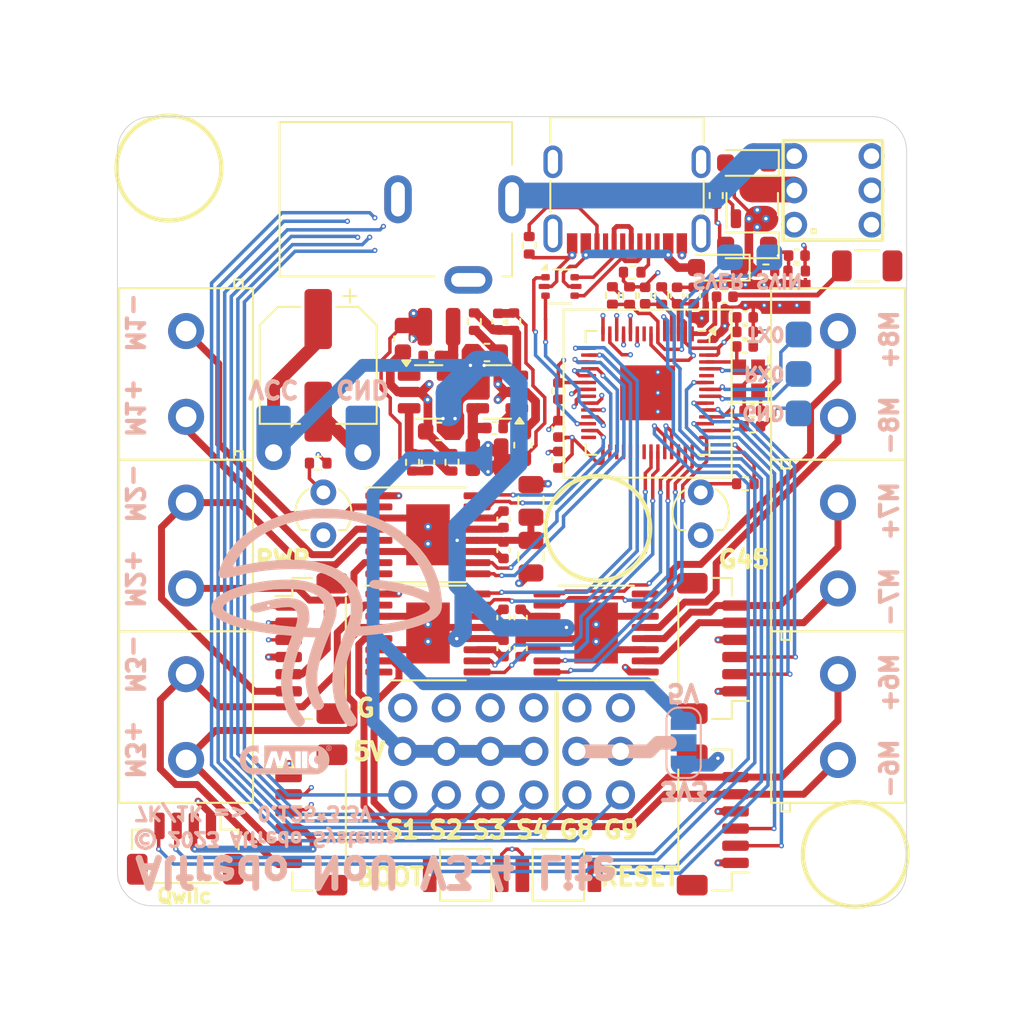
<source format=kicad_pcb>
(kicad_pcb (version 20240108) (generator "pcbnew") (generator_version "8.0")
  (layers (0 "F.Cu" signal) (1 "In1.Cu" signal) (2 "In2.Cu" signal) (31 "B.Cu" signal) (34 "B.Paste" user) (35 "F.Paste" user) (36 "B.SilkS" user "B.Silkscreen") (37 "F.SilkS" user "F.Silkscreen") (38 "B.Mask" user) (39 "F.Mask" user) (44 "Edge.Cuts" user))
  (net 0 "")
  (net 1 "GND")
  (net 2 "VCC")
  (net 3 "Net-(U1-VCP)")
  (net 4 "Net-(U1-VINT)")
  (net 5 "Net-(U4-VCP)")
  (net 6 "Net-(U4-VINT)")
  (net 7 "Net-(U5-VCP)")
  (net 8 "Net-(U5-VINT)")
  (net 9 "Net-(J14-FEED)")
  (net 10 "Net-(U2-LNA_IN)")
  (net 11 "+3V3")
  (net 12 "Net-(U15-BS)")
  (net 13 "Net-(U15-LX)")
  (net 14 "Net-(U16-BS)")
  (net 15 "Net-(U16-LX)")
  (net 16 "Net-(U15-FB)")
  (net 17 "+5V")
  (net 18 "Net-(U16-FB)")
  (net 19 "Net-(U2-XTAL_P)")
  (net 20 "Net-(U2-XTAL_N)")
  (net 21 "Net-(D1-A)")
  (net 22 "SNS_VIN")
  (net 23 "E3A")
  (net 24 "E3B")
  (net 25 "E2A")
  (net 26 "E2B")
  (net 27 "Net-(U17-CC1)")
  (net 28 "Net-(U17-CC2)")
  (net 32 "SRV1")
  (net 33 "SRV2")
  (net 34 "SRV3")
  (net 35 "SRV4")
  (net 39 "/VUSB")
  (net 40 "/MotorDriver-1/Aout1")
  (net 41 "/MotorDriver-1/Aout2")
  (net 42 "/MotorDriver-1/Bout1")
  (net 43 "/MotorDriver-1/Bout2")
  (net 44 "/MotorDriver-2/Aout1")
  (net 45 "/MotorDriver-2/Aout2")
  (net 46 "/MotorDriver-2/Bout1")
  (net 47 "/MotorDriver-2/Bout2")
  (net 48 "/MotorDriver-3/Aout1")
  (net 49 "/MotorDriver-3/Aout2")
  (net 50 "E_D+")
  (net 51 "E_D-")
  (net 63 "MD4_B1")
  (net 64 "MD4_B2")
  (net 66 "Net-(U2-CHIP_PU)")
  (net 67 "Net-(U2-GPIO0)")
  (net 69 "Net-(J15-Pad1)")
  (net 70 "E4A")
  (net 71 "E4B")
  (net 72 "Net-(D5-A)")
  (net 73 "Net-(D6-A)")
  (net 74 "Net-(U2-U0TXD)")
  (net 75 "Net-(U2-U0RXD)")
  (net 76 "GPIO_MISC2")
  (net 77 "SNS_VER")
  (net 78 "GPIO_MISC1")
  (net 79 "Net-(U17-D--PadA7)")
  (net 80 "Net-(U17-D+-PadA6)")
  (net 81 "Net-(Q1-D)")
  (net 82 "Q_SCL")
  (net 83 "Q_SDA")
  (net 84 "LED_MISC")
  (net 89 "Net-(JP1-C)")
  (net 90 "M5A")
  (net 91 "M5B")
  (net 92 "M6A")
  (net 93 "M6B")
  (net 94 "M1A")
  (net 95 "M2A")
  (net 96 "M1B")
  (net 97 "M2B")
  (net 98 "M3B")
  (net 99 "M3A")
  (net 100 "M4B")
  (net 101 "M4A")
  (net 102 "E5B")
  (net 103 "E5A")
  (footprint "Capacitor_SMD:C_0402_1005Metric" (layer "F.Cu") (at 14.009037 -8.85)
    (property "Reference" "C38" (hide yes))
    (property "Value" "10pF" (hide yes))
  )
  (footprint "Capacitor_SMD:C_0402_1005Metric" (layer "F.Cu") (at -0.5 -2.525 -90)
    (property "Reference" "C7" (hide yes))
    (property "Value" "2.2uF" (hide yes))
  )
  (footprint "AlfredoFootprints:HR8833" (layer "F.Cu") (at 4.9 4.1 180)
    (property "Reference" "U1" (hide yes))
    (property "Value" "HR8833" (hide yes))
  )
  (footprint "AlfredoFootprints:D_SOD-323" (layer "F.Cu") (at 12 -17.2 180)
    (property "Reference" "D2" (hide yes))
    (property "Value" "1N5819")
  )
  (footprint "Resistor_SMD:R_0402_1005Metric" (layer "F.Cu") (at 14.8 -17 180)
    (property "Reference" "R26" (hide yes))
    (property "Value" "15K" (hide yes))
  )
  (footprint "Capacitor_SMD:C_0402_1005Metric" (layer "F.Cu") (at 2.7 -10 90)
    (property "Reference" "C25" (hide yes))
    (property "Value" "100nF" (hide yes))
  )
  (footprint "Capacitor_SMD:C_0603_1608Metric" (layer "F.Cu") (at -6.3625 -13.05 -90)
    (property "Reference" "C35" (hide yes))
    (property "Value" "22uF, 6V3")
  )
  (footprint "Resistor_SMD:R_0402_1005Metric" (layer "F.Cu") (at 7.003708 -16.930788 180)
    (property "Reference" "R15" (hide yes))
    (property "Value" "5.1K" (hide yes))
  )
  (footprint "Resistor_SMD:R_0402_1005Metric" (layer "F.Cu") (at 1 -18.5 90)
    (property "Reference" "R16" (hide yes))
    (property "Value" "5.1K" (hide yes))
  )
  (footprint "AlfredoFootprints:Button_SKRKAEE020" (layer "F.Cu") (at -2.7 18.2)
    (property "Reference" "SW2" (hide yes))
    (property "Value" "boot" (hide yes))
  )
  (footprint "Resistor_SMD:R_0402_1005Metric" (layer "F.Cu") (at 13.6 -4.6 180)
    (property "Reference" "R18" (hide yes))
    (property "Value" "1K" (hide yes))
  )
  (footprint "AlfredoFootprints:HR8833" (layer "F.Cu") (at -4.9 -1.625)
    (property "Reference" "U4" (hide yes))
    (property "Value" "HR8833" (hide yes))
  )
  (footprint "Capacitor_SMD:C_0402_1005Metric" (layer "F.Cu") (at 14 -7.95 180)
    (property "Reference" "C30" (hide yes))
    (property "Value" "100nF" (hide yes))
  )
  (footprint "Capacitor_SMD:C_0603_1608Metric" (layer "F.Cu") (at -4.2625 -7.65 180)
    (property "Reference" "C22" (hide yes))
    (property "Value" "10uF,25V" (hide yes))
  )
  (footprint "AlfredoFootprints:JST_SH_1x06_Vertical" (layer "F.Cu") (at 11.7 15 90)
    (property "Reference" "J17" (hide yes))
    (property "Value" "JST SR/SZ")
  )
  (footprint "AlfredoFootprints:SOT-23-small" (layer "F.Cu") (at 14 -20.9 90)
    (property "Reference" "Q1" (hide yes))
    (property "Value" "AO3401A")
  )
  (footprint "Capacitor_SMD:C_0402_1005Metric" (layer "F.Cu") (at 13.579037 -13.45 180)
    (property "Reference" "C34" (hide yes))
    (property "Value" "10nF" (hide yes))
  )
  (footprint "Package_TO_SOT_SMD:TSOT-23-6" (layer "F.Cu") (at -0.8625 -9.95 180)
    (property "Reference" "U16" (hide yes))
    (property "Value" "SY8113BADC" (hide yes))
  )
  (footprint "Capacitor_SMD:C_0402_1005Metric" (layer "F.Cu") (at -0.5 3.2 -90)
    (property "Reference" "C10" (hide yes))
    (property "Value" "2.2uF" (hide yes))
  )
  (footprint "Capacitor_SMD:C_0402_1005Metric" (layer "F.Cu") (at 0.5 5 90)
    (property "Reference" "C4" (hide yes))
    (property "Value" "2.2uF" (hide yes))
  )
  (footprint "Capacitor_SMD:C_0402_1005Metric" (layer "F.Cu") (at 16.6 -17.9)
    (property "Reference" "C15" (hide yes))
    (property "Value" "100nF" (hide yes))
  )
  (footprint "Capacitor_SMD:C_0402_1005Metric" (layer "F.Cu") (at 2.7 -6 -90)
    (property "Reference" "C27" (hide yes))
    (property "Value" "1uF" (hide yes))
  )
  (footprint "" (layer "F.Cu") (at -20 -23)
    (property "Reference" "" (hide yes))
    (property "Value" "" (hide yes))
  )
  (footprint "Crystal:Crystal_SMD_2016-4Pin_2.0x1.6mm" (layer "F.Cu") (at 13.791169 -10.692283 90)
    (property "Reference" "U3" (hide yes))
    (property "Value" "Crystal_ESP32" (hide yes))
  )
  (footprint "Resistor_SMD:R_0402_1005Metric" (layer "F.Cu") (at -11.3 -5.8 180)
    (property "Reference" "R17" (hide yes))
    (property "Value" "1K" (hide yes))
  )
  (footprint "" (layer "F.Cu") (at 20 17.000001)
    (property "Reference" "" (hide yes))
    (property "Value" "" (hide yes))
  )
  (footprint "AlfredoFootprints:TerminalBlock_Ningbo_2P_5mm" (layer "F.Cu") (at -19 -1 90)
    (property "Reference" "J6" (hide yes))
    (property "Value" "Screw_Terminal_01x02")
  )
  (footprint "Package_DFN_QFN:QFN-56-1EP_7x7mm_P0.4mm_EP3.2x3.2mm" (layer "F.Cu") (at 7.9 -9.9 -90)
    (property "Reference" "U2" (hide yes))
    (property "Value" "ESP32-S3FN8" (hide yes))
  )
  (footprint "AlfredoFootprints:ServoPorts_2x3" (layer "F.Cu") (at 1.27 13.54 90)
    (property "Reference" "U19" (hide yes))
    (property "Value" "ServoPorts_2x3" (hide yes))
  )
  (footprint "Capacitor_SMD:C_0402_1005Metric" (layer "F.Cu") (at -0.8 -14.05 -90)
    (property "Reference" "C33" (hide yes))
    (property "Value" "10pF" (hide yes))
  )
  (footprint "Resistor_SMD:R_0402_1005Metric" (layer "F.Cu") (at 5.84909 -15.573713 90)
    (property "Reference" "R30" (hide yes))
    (property "Value" "6K8" (hide yes))
  )
  (footprint "AlfredoFootprints:DC-005C_1" (layer "F.Cu") (at -13.55 -21.1825)
    (property "Reference" "J15" (hide yes))
    (property "Value" "Barrel_Jack")
  )
  (footprint "Capacitor_SMD:C_0402_1005Metric" (layer "F.Cu") (at -4.9 -5.85 90)
    (property "Reference" "C32" (hide yes))
    (property "Value" "10pF" (hide yes))
  )
  (footprint "AlfredoFootprints:HR8833" (layer "F.Cu") (at -4.9 4.1)
    (property "Reference" "U5" (hide yes))
    (property "Value" "HR8833" (hide yes))
  )
  (footprint "Capacitor_SMD:C_0402_1005Metric" (layer "F.Cu") (at 13.579037 -12.601471)
    (property "Reference" "C37" (hide yes))
    (property "Value" "10pF" (hide yes))
  )
  (footprint "Package_TO_SOT_SMD:SOT-666" (layer "F.Cu") (at 2.8 -16.1)
    (property "Reference" "U9" (hide yes))
    (property "Value" "USBLC6-2P6" (hide yes))
  )
  (footprint "Resistor_SMD:R_0402_1005Metric" (layer "F.Cu") (at -3.5 -5.85 90)
    (property "Reference" "R12" (hide yes))
    (property "Value" "15K" (hide yes))
  )
  (footprint "AlfredoFootprints:JST_SH_1x06_Vertical" (layer "F.Cu") (at 11.7 5 90)
    (property "Reference" "J1" (hide yes))
    (property "Value" "JST SR/SZ")
  )
  (footprint "AlfredoFootprints:USB_TYPE-C-31-M-12" (layer "F.Cu") (at 6.7 -21.125 180)
    (property "Reference" "U17" (hide yes))
    (property "Value" "USB_C_Receptacle" (hide yes))
  )
  (footprint "Resistor_SMD:R_0402_1005Metric" (layer "F.Cu") (at 8.721537 -15.569999 90)
    (property "Reference" "R5" (hide yes))
    (property "Value" "1K" (hide yes))
  )
  (footprint "Capacitor_SMD:C_0603_1608Metric" (layer "F.Cu") (at 0.6375 -6.85 90)
    (property "Reference" "C36" (hide yes))
    (property "Value" "22uF, 6V3")
  )
  (footprint "AlfredoFootprints:TerminalBlock_Ningbo_2P_5mm" (layer "F.Cu") (at 19 -1 -90)
    (property "Reference" "J2" (hide yes))
    (property "Value" "Screw_Terminal_01x02")
  )
  (footprint "Capacitor_SMD:C_0402_1005Metric" (layer "F.Cu") (at 0.5 3.2 90)
    (property "Reference" "C3" (hide yes))
    (property "Value" "10nF" (hide yes))
  )
  (footprint "Resistor_SMD:R_0402_1005Metric" (layer "F.Cu") (at 11.9 -21.4 -90)
    (property "Reference" "R10" (hide yes))
    (property "Value" "10K" (hide yes))
  )
  (footprint "AlfredoFootprints:JST_SH_1x06_Vertical" (layer "F.Cu") (at -11.7 5 -90)
    (property "Reference" "J4" (hide yes))
    (property "Value" "JST SR/SZ")
  )
  (footprint "Capacitor_SMD:C_0805_2012Metric" (layer "F.Cu") (at 1.1 -3.6 90)
    (property "Reference" "C8" (hide yes))
    (property "Value" "10uF" (hide yes))
  )
  (footprint "AlfredoFootprints:TerminalBlock_Ningbo_2P_5mm" (layer "F.Cu") (at 19 -11 -90)
    (property "Reference" "J3" (hide yes))
    (property "Value" "Screw_Terminal_01x02")
  )
  (footprint "Resistor_SMD:R_0402_1005Metric" (layer "F.Cu") (at 0.1 -14.05 -90)
    (property "Reference" "R13" (hide yes))
    (property "Value" "33K" (hide yes))
  )
  (footprint "Capacitor_SMD:C_0402_1005Metric" (layer "F.Cu") (at 13.579037 -14.298528 180)
    (property "Reference" "C31" (hide yes))
    (property "Value" "1uF" (hide yes))
  )
  (footprint "AlfredoFootprints:LVF252A12" (layer "F.Cu") (at -1.4625 -6.15)
    (property "Reference" "L2" (hide yes))
    (property "Value" "4.7uH" (hide yes))
  )
  (footprint "Capacitor_SMD:C_0402_1005Metric" (layer "F.Cu") (at -0.5 5 -90)
    (property "Reference" "C9" (hide yes))
    (property "Value" "10nF" (hide yes))
  )
  (footprint "PCM_kikit:Tab" (layer "F.Cu") (at 0 20.55 90)
    (property "Reference" "T1" (hide yes))
    (property "Value" "Tab")
  )
  (footprint "Capacitor_SMD:C_0402_1005Metric" (layer "F.Cu") (at 10.591537 -15.57 -90)
    (property "Reference" "C21" (hide yes))
    (property "Value" "10uF" (hide yes))
  )
  (footprint "Capacitor_SMD:C_0402_1005Metric" (layer "F.Cu") (at -0.5 -0.725 -90)
    (property "Reference" "C6" (hide yes))
    (property "Value" "10nF" (hide yes))
  )
  (footprint "AlfredoFootprints:ServoPorts_2x3" (layer "F.Cu") (at -3.83 13.54 90)
    (property "Reference" "U18" (hide yes))
    (property "Value" "ServoPorts_2x3" (hide yes))
  )
  (footprint "Package_TO_SOT_SMD:TSOT-23-6" (layer "F.Cu") (at -4.8625 -9.95)
    (property "Reference" "U15" (hide yes))
    (property "Value" "SY8113BADC" (hide yes))
  )
  (footprint "Resistor_SMD:R_0402_1005Metric" (layer "F.Cu") (at -2.2 -14.05 -90)
    (property "Reference" "R14" (hide yes))
    (property "Value" "4K7" (hide yes))
  )
  (footprint "Connector_JST:JST_SH_BM04B-SRSS-TB_1x04-1MP_P1.00mm_Vertical" (layer "F.Cu") (at -19.05 16.670001 180)
    (property "Reference" "U11" (hide yes))
    (property "Value" "Qwiic1")
  )
  (footprint "AlfredoFootprints:ServoPorts_2x3" (layer "F.Cu") (at 6.32 13.54 90)
    (property "Reference" "U7" (hide yes))
    (property "Value" "ServoPorts_2x3" (hide yes))
  )
  (footprint "Capacitor_SMD:C_0805_2012Metric" (layer "F.Cu") (at 1.1 -0.35 -90)
    (property "Reference" "C5" (hide yes))
    (property "Value" "10uF" (hide yes))
  )
  (footprint "Capacitor_SMD:C_0402_1005Metric" (layer "F.Cu") (at 9.621538 -15.57 -90)
    (property "Reference" "C24" (hide yes))
    (property "Value" "1uF" (hide yes))
  )
  (footprint "" (layer "F.Cu") (at 5 -2 180)
    (property "Reference" "" (hide yes))
    (property "Value" "" (hide yes))
  )
  (footprint "AlfredoFootprints:LED_3mm" (layer "F.Cu") (at -11 -1.6 90)
    (property "Reference" "D5" (hide yes))
    (property "Value" "LED_blue")
  )
  (footprint "AlfredoFootprints:XKB5858-Z-75" (layer "F.Cu") (at 18.7 -21.7 90)
    (property "Reference" "U8" (hide yes))
    (property "Value" "5.8 ZSPT" (hide yes))
  )
  (footprint "AlfredoFootprints:TerminalBlock_Ningbo_2P_5mm" (layer "F.Cu") (at 19 9 -90)
    (property "Reference" "J9" (hide yes))
    (property "Value" "Screw_Terminal_01x02")
  )
  (footprint "Capacitor_SMD:C_0402_1005Metric" (layer "F.Cu") (at 7.759037 -15.57 90)
    (property "Reference" "C1" (hide yes))
    (property "Value" "100nF" (hide yes))
  )
  (footprint "Resistor_SMD:R_0402_1005Metric" (layer "F.Cu") (at -5.8 -5.85 90)
    (property "Reference" "R11" (hide yes))
    (property "Value" "68K" (hide yes))
  )
  (footprint "Capacitor_SMD:C_0402_1005Metric" (layer "F.Cu") (at -4.7 -12.05)
    (property "Reference" "C28" (hide yes))
    (property "Value" "100nF" (hide yes))
  )
  (footprint "Capacitor_SMD:C_0603_1608Metric" (layer "F.Cu") (at -1.4625 -12.25)
    (property "Reference" "C23" (hide yes))
    (property "Value" "10uF,25V" (hide yes))
  )
  (footprint "AlfredoFootprints:TerminalBlock_Ningbo_2P_5mm" (layer "F.Cu") (at -19 9 90)
    (property "Reference" "J8" (hide yes))
    (property "Value" "Screw_Terminal_01x02")
  )
  (footprint "Capacitor_SMD:C_0402_1005Metric" (layer "F.Cu") (at 2.7 -7.8 -90)
    (property "Reference" "C26" (hide yes))
    (property "Value" "100nF" (hide yes))
  )
  (footprint "AlfredoFootprints:LED_3mm" (layer "F.Cu") (at 11 -1.6 90)
    (property "Reference" "D6" (hide yes))
    (property "Value" "LED_green")
  )
  (footprint "AlfredoFootprints:TerminalBlock_Ningbo_2P_5mm" (layer "F.Cu") (at -19 -11 90)
    (property "Reference" "J5" (hide yes))
    (property "Value" "Screw_Terminal_01x02")
  )
  (footprint "AlfredoFootprints:LVF252A12" (layer "F.Cu") (at -4.2625 -13.75 180)
    (property "Reference" "L1" (hide yes))
    (property "Value" "4.7uH" (hide yes))
  )
  (footprint "Capacitor_SMD:C_0402_1005Metric" (layer "F.Cu") (at 12.4 -15.5 180)
    (property "Reference" "C14" (hide yes))
    (property "Value" "100pF" (hide yes))
  )
  (footprint "AlfredoFootprints:D_SOD-323" (layer "F.Cu") (at 13.7 -23.3 180)
    (property "Reference" "D1" (hide yes))
    (property "Value" "Z5V6")
  )
  (footprint "Capacitor_SMD:CP_Elec_6.3x7.7" (layer "F.Cu") (at -11.3 -11.5 -90)
    (property "Reference" "C16" (hide yes))
    (property "Value" "~")
  )
  (footprint "AlfredoFootprints:D_SOD-323" (layer "F.Cu") (at 13.7 -18.5 180)
    (property "Reference" "D3" (hide yes))
    (property "Value" "Z3V3")
  )
  (footprint "Resistor_SMD:R_0402_1005Metric" (layer "F.Cu") (at 6.84909 -15.563713 -90)
    (property "Reference" "R29" (hide yes))
    (property "Value" "1K" (hide yes))
  )
  (footprint "PCM_kikit:Tab" (layer "F.Cu") (at 23.5 4 180)
    (property "Reference" "T1" (hide yes))
    (property "Value" "Tab")
  )
  (footprint "PCM_kikit:Tab" (layer "F.Cu") (at -23.5 4)
    (property "Reference" "T1" (hide yes))
    (property "Value" "Tab")
  )
  (footprint "Resistor_SMD:R_0402_1005Metric" (layer "F.Cu") (at 16.59 -17 180)
    (property "Reference" "R27" (hide yes))
    (property "Value" "2K2" (hide yes))
  )
  (footprint "AlfredoFootprints:Button_SKRKAEE020" (layer "F.Cu") (at 2.7 18.2 180)
    (property "Reference" "SW1" (hide yes))
    (property "Value" "reset" (hide yes))
  )
  (footprint "PCM_kikit:Tab" (layer "F.Cu") (at 0 -26.45 -90)
    (property "Reference" "T1" (hide yes))
    (property "Value" "Tab")
  )
  (footprint "Capacitor_SMD:C_0402_1005Metric" (layer "F.Cu") (at -1 -7.85 180)
    (property "Reference" "C29" (hide yes))
    (property "Value" "100nF" (hide yes))
  )
  (footprint "Capacitor_SMD:C_1206_3216Metric" (layer "F.Cu") (at 20.7 -17.3)
    (property "Reference" "J14" (hide yes))
    (property "Value" "RFANT3216120A5T" (hide yes))
  )
  (footprint "AlfredoFootprints:JST_SH_1x06_Vertical" (layer "F.Cu") (at -11.7 15 -90)
    (property "Reference" "J7" (hide yes))
    (property "Value" "JST SR/SZ")
  )
  (footprint "AlfredoFootprints:PinSocket_1x01_P2.54mm_Vertical" (layer "B.Cu") (at -8.7 -6.4)
    (property "Reference" "J18" (hide yes))
    (property "Value" "GND")
  )
  (footprint "LOGO" (layer "B.Cu") (at -13.767688 12.094439)
    (property "Reference" "G***" (hide yes))
    (property "Value" "LOGO" (hide yes))
  )
  (footprint "AlfredoFootprints:PogoPad1" (layer "B.Cu") (at 12.7 -17.8 90)
    (property "Reference" "TP21" (hide yes))
    (property "Value" "Sver" (hide yes))
  )
  (footprint "AlfredoFootprints:PogoPad1" (layer "B.Cu") (at 16.7 -11)
    (property "Reference" "TP1" (hide yes))
    (property "Value" "RX0" (hide yes))
  )
  (footprint "AlfredoFootprints:PogoPad1" (layer "B.Cu") (at 16.7 -8.7 180)
    (property "Reference" "TP3" (hide yes))
    (property "Value" "GND" (hide yes))
  )
  (footprint "AlfredoFootprints:PogoPad1" (layer "B.Cu") (at 15 -17.8 180)
    (property "Reference" "TP20" (hide yes))
    (property "Value" "Svin" (hide yes))
  )
  (footprint "AlfredoFootprints:Alfredo_logo_small" (layer "B.Cu") (at -10.8 3.2)
    (property "Reference" "G***" (hide yes))
    (property "Value" "LOGO" (hide yes))
  )
  (footprint "AlfredoFootprints:PogoPad1" (layer "B.Cu") (at 16.7 -13.3)
    (property "Reference" "TP2" (hide yes))
    (property "Value" "TX0" (hide yes))
  )
  (footprint "AlfredoFootprints:PinSocket_1x01_P2.54mm_Vertical" (layer "B.Cu") (at -13.9 -6.4)
    (property "Reference" "J16" (hide yes))
    (property "Value" "VIN")
  )
  (footprint "AlfredoFootprints:SolderJumper-3-Small" (layer "B.Cu") (at 10 10.5 90)
    (property "Reference" "JP1" (hide yes))
    (property "Value" "Jumper_3_Open")
  )
  (gr_line (start 8 11) (end 3.8 11) (stroke (width 0.8)) (layer "B.SilkS"))
  (gr_line (start 8.5 10.5) (end 8 11) (stroke (width 0.8)) (layer "B.SilkS"))
  (gr_line (start 9.2 10.5) (end 8.5 10.5) (stroke (width 0.8)) (layer "B.SilkS"))
  (gr_circle (center -20 -23) (end -16.952 -22.8) (stroke (width 0.254)) (fill none) (layer "F.SilkS"))
  (gr_circle (center 20 17.000001) (end 23.048 17.000001) (stroke (width 0.254)) (fill none) (layer "F.SilkS"))
  (gr_poly (pts (xy 12.8 -4.954783) (xy 12.800001 -14.754783) (xy 3 -14.754783) (xy 3.000001 -4.954783)) (stroke (width 0.12)) (fill none) (layer "F.SilkS"))
  (gr_line (start 2.6 14.4) (end 2.6 7.6) (stroke (width 0.25)) (layer "F.SilkS"))
  (gr_circle (center 5 -2) (end 1.952 -2) (stroke (width 0.254)) (fill none) (layer "F.SilkS"))
  (gr_arc (start -23 -24) (mid -22.414214 -25.414214) (end -21 -26) (stroke (width 0.05)) (layer "Edge.Cuts"))
  (gr_line (start -21 20.000001) (end 21 20.000001) (stroke (width 0.05)) (layer "Edge.Cuts"))
  (gr_arc (start -20.999999 20) (mid -22.414213 19.414214) (end -22.999999 18) (stroke (width 0.05)) (layer "Edge.Cuts"))
  (gr_arc (start 22.999999 18) (mid 22.414213 19.414214) (end 20.999999 20) (stroke (width 0.05)) (layer "Edge.Cuts"))
  (gr_line (start 23 18) (end 23 -24) (stroke (width 0.05)) (layer "Edge.Cuts"))
  (gr_arc (start 20.999999 -25.999999) (mid 22.414213 -25.414213) (end 22.999999 -23.999999) (stroke (width 0.05)) (layer "Edge.Cuts"))
  (gr_line (start -23 -24) (end -23 18) (stroke (width 0.05)) (layer "Edge.Cuts"))
  (gr_line (start 21 -26) (end -21 -26) (stroke (width 0.05)) (layer "Edge.Cuts"))
  (gr_text "GND" (at -10.4 -10.7 180) (layer "B.SilkS") (effects (font (size 1 1) (thickness 0.25) (bold yes)) (justify left bottom mirror)))
  (gr_text "SVER" (at 10.4 -16.9 180) (layer "B.SilkS") (effects (font (size 0.8 0.8) (thickness 0.2) (bold yes)) (justify left bottom mirror)))
  (gr_text "M1+" (at -22 -9.021429 -90) (layer "B.SilkS") (effects (font (size 1 1) (thickness 0.3)) (justify mirror)))
  (gr_text "© 2023 Alfredo Systems\n" (at -14.4 16.1 180) (layer "B.SilkS") (effects (font (size 0.8 0.8) (thickness 0.2)) (justify mirror)))
  (gr_text "M7-" (at 22 2 90) (layer "B.SilkS") (effects (font (size 1 1) (thickness 0.3)) (justify mirror)))
  (gr_text "7K/1K => 0.125*3.3V\n" (at -15.1 14.6 180) (layer "B.SilkS") (effects (font (size 0.8 0.8) (thickness 0.2)) (justify mirror)))
  (gr_text "GND" (at 13.3 -9.2 180) (layer "B.SilkS") (effects (font (size 0.8 0.8) (thickness 0.2) (bold yes)) (justify left bottom mirror)))
  (gr_text "M2+" (at -22 0.935713 -90) (layer "B.SilkS") (effects (font (size 1 1) (thickness 0.3)) (justify mirror)))
  (gr_text "M7+" (at 22 -3 90) (layer "B.SilkS") (effects (font (size 1 1) (thickness 0.3)) (justify mirror)))
  (gr_text "3V3" (at 8.5 12.7 180) (layer "B.SilkS") (effects (font (size 1 1) (thickness 0.25) (bold yes)) (justify left bottom mirror)))
  (gr_text "M6+" (at 22 7 90) (layer "B.SilkS") (effects (font (size 1 1) (thickness 0.3)) (justify mirror)))
  (gr_text "M3+" (at -22 10.892855 270) (layer "B.SilkS") (effects (font (size 1 1) (thickness 0.3)) (justify mirror)))
  (gr_text "SVIN" (at 14.1 -16.9 180) (layer "B.SilkS") (effects (font (size 0.8 0.8) (thickness 0.2) (bold yes)) (justify left bottom mirror)))
  (gr_text "M8+" (at 22 -13 90) (layer "B.SilkS") (effects (font (size 1 1) (thickness 0.3)) (justify mirror)))
  (gr_text "RX0" (at 13.4 -11.5 180) (layer "B.SilkS") (effects (font (size 0.8 0.8) (thickness 0.2) (bold yes)) (justify left bottom mirror)))
  (gr_text "M8-" (at 22 -8 90) (layer "B.SilkS") (effects (font (size 1 1) (thickness 0.3)) (justify mirror)))
  (gr_text "M6-" (at 22 12 90) (layer "B.SilkS") (effects (font (size 1 1) (thickness 0.3)) (justify mirror)))
  (gr_text "M3-" (at -22 5.914284 270) (layer "B.SilkS") (effects (font (size 1 1) (thickness 0.3)) (justify mirror)))
  (gr_text "TX0" (at 13.6 -13.8 180) (layer "B.SilkS") (effects (font (size 0.8 0.8) (thickness 0.2) (bold yes)) (justify left bottom mirror)))
  (gr_text "Alfredo NoU V3.4 Lite" (at -7.9 18 180) (layer "B.SilkS") (effects (font (size 1.7 1.7) (thickness 0.4)) (justify mirror)))
  (gr_text "VCC" (at -15.5 -10.7 180) (layer "B.SilkS") (effects (font (size 1 1) (thickness 0.25) (bold yes)) (justify left bottom mirror)))
  (gr_text "M1-" (at -22 -14 -90) (layer "B.SilkS") (effects (font (size 1 1) (thickness 0.3)) (justify mirror)))
  (gr_text "M2-" (at -22 -4.042858 -90) (layer "B.SilkS") (effects (font (size 1 1) (thickness 0.3)) (justify mirror)))
  (gr_text "5V" (at 8.9 7 180) (layer "B.SilkS") (effects (font (size 1 1) (thickness 0.25) (bold yes)) (justify left bottom mirror)))
  (gr_text "G" (at -9.2 9.06 0) (layer "F.SilkS") (effects (font (size 1 1) (thickness 0.25) (bold yes)) (justify left bottom)))
  (gr_text "RESET" (at 5 18.9 0) (layer "F.SilkS") (effects (font (size 1 1) (thickness 0.25) (bold yes)) (justify left bottom)))
  (gr_text "PWR" (at -15.1 0.4 0) (layer "F.SilkS") (effects (font (size 1 1) (thickness 0.25) (bold yes)) (justify left bottom)))
  (gr_text "5V\n" (at -9.4 11.6 0) (layer "F.SilkS") (effects (font (size 1 1) (thickness 0.25) (bold yes)) (justify left bottom)))
  (gr_text "Qwiic" (at -20.8 19.900001 0) (layer "F.SilkS") (effects (font (size 0.8 0.8) (thickness 0.2) (bold yes)) (justify left bottom)))
  (gr_text "G9" (at 5.2 16.16 0) (layer "F.SilkS") (effects (font (size 1 1) (thickness 0.25) (bold yes)) (justify left bottom)))
  (gr_text "S1" (at -7.5 16.16 0) (layer "F.SilkS") (effects (font (size 1 1) (thickness 0.25) (bold yes)) (justify left bottom)))
  (gr_text "BOOT" (at -9.2 18.9 0) (layer "F.SilkS") (effects (font (size 1 1) (thickness 0.25) (bold yes)) (justify left bottom)))
  (gr_text "S4" (at 0.091428 16.16 0) (layer "F.SilkS") (effects (font (size 1 1) (thickness 0.25) (bold yes)) (justify left bottom)))
  (gr_text "S3" (at -2.439048 16.16 0) (layer "F.SilkS") (effects (font (size 1 1) (thickness 0.25) (bold yes)) (justify left bottom)))
  (gr_text "G8" (at 2.621904 16.16 0) (layer "F.SilkS") (effects (font (size 1 1) (thickness 0.25) (bold yes)) (justify left bottom)))
  (gr_text "S2\n" (at -4.969524 16.16 0) (layer "F.SilkS") (effects (font (size 1 1) (thickness 0.25) (bold yes)) (justify left bottom)))
  (gr_text "G45" (at 11.9 0.4 0) (layer "F.SilkS") (effects (font (size 1 1) (thickness 0.25) (bold yes)) (justify left bottom)))
  (segment (start 2.0375 4.425) (end 4.575 4.425) (width 0.4064) (layer "F.Cu") (net 1))
  (segment (start -13.025 2.5) (end -14.2 2.5) (width 0.4064) (layer "F.Cu") (net 1))
  (segment (start -2.0375 -1.95) (end -4.575 -1.95) (width 0.4064) (layer "F.Cu") (net 1))
  (segment (start -2.120532 -13.54) (end -2.2 -13.54) (width 0.508) (layer "F.Cu") (net 1))
  (segment (start -0.375 -9.95) (end -0.825 -10.4) (width 0.508) (layer "F.Cu") (net 1))
  (segment (start 1.21 -17.78) (end 1 -17.99) (width 0.2032) (layer "F.Cu") (net 1))
  (segment (start 7.7625 5.075) (end 5.875 5.075) (width 0.4064) (layer "F.Cu") (net 1))
  (segment (start 0.6 17) (end 0.6 18.2) (width 0.2032) (layer "F.Cu") (net 1))
  (segment (start 7.735324 -16.073713) (end 7.759037 -16.05) (width 0.2032) (layer "F.Cu") (net 1))
  (segment (start -4.9 3.6) (end -4.9 4.1) (width 0.4064) (layer "F.Cu") (net 1))
  (segment (start 2.6 -17.041926) (end 2.6 -16.4) (width 0.2032) (layer "F.Cu") (net 1))
  (segment (start -5.375 -9.95) (end -6 -9.95) (width 0.508) (layer "F.Cu") (net 1))
  (segment (start -7.7625 5.075) (end -5.875 5.075) (width 0.4064) (layer "F.Cu") (net 1))
  (segment (start 2.1 -4.6) (end 1.15 -4.6) (width 0.4064) (layer "F.Cu") (net 1))
  (segment (start 13.529037 -9.704415) (end 13.241169 -9.992283) (width 0.2032) (layer "F.Cu") (net 1))
  (segment (start 4.575 4.425) (end 4.4 4.6) (width 0.4064) (layer "F.Cu") (net 1))
  (segment (start 14.341169 -11.232132) (end 13.241169 -10.132132) (width 0.2) (layer "F.Cu") (net 1))
  (segment (start 17.08 -17.9) (end 17.08 -17.02) (width 0.2032) (layer "F.Cu") (net 1))
  (segment (start 2.3 -16.1) (end 1.875 -16.1) (width 0.2032) (layer "F.Cu") (net 1))
  (segment (start 0.595 4.425) (end 0.5 4.52) (width 0.4064) (layer "F.Cu") (net 1))
  (segment (start -0.3 16.7) (end -0.6 17) (width 0.2032) (layer "F.Cu") (net 1))
  (segment (start 3.500332 -17.932185) (end 3.348147 -17.78) (width 0.2032) (layer "F.Cu") (net 1))
  (segment (start -4.9 -1.625) (end -4.9 -1.625) (width 0.4064) (layer "F.Cu") (net 1))
  (segment (start 14.963219 -11.392283) (end 14.341169 -11.392283) (width 0.2032) (layer "F.Cu") (net 1))
  (segment (start -4.9 -1.6) (end -4.9 -1.625) (width 0.4064) (layer "F.Cu") (net 1))
  (segment (start 9.909479 -17.922881) (end 9.9 -17.93236) (width 0.5) (layer "F.Cu") (net 1))
  (segment (start 5.875 5.075) (end 4.9 4.1) (width 0.4064) (layer "F.Cu") (net 1))
  (segment (start 1.3715 -9.4035) (end 0.825 -9.95) (width 0.508) (layer "F.Cu") (net 1))
  (segment (start -4.575 -1.95) (end -4.9 -1.625) (width 0.4064) (layer "F.Cu") (net 1))
  (segment (start 6.493708 -16.930788) (end 6.493708 -16.429095) (width 0.2032) (layer "F.Cu") (net 1))
  (segment (start 14.341169 -11.392283) (end 14.341169 -11.232132) (width 0.2) (layer "F.Cu") (net 1))
  (segment (start -13.025 12.5) (end -13.025 11.725) (width 0.4064) (layer "F.Cu") (net 1))
  (segment (start -7.7625 3.125) (end -5.875 3.125) (width 0.4064) (layer "F.Cu") (net 1))
  (segment (start 0.5 1.2) (end 1.1 0.6) (width 0.4064) (layer "F.Cu") (net 1))
  (segment (start 12.4 -18.5) (end 12.1 -18.8) (width 0.2032) (layer "F.Cu") (net 1))
  (segment (start -5.875 3.125) (end -4.9 4.1) (width 0.4064) (layer "F.Cu") (net 1))
  (segment (start -0.595 -1.95) (end -0.5 -2.045) (width 0.4064) (layer "F.Cu") (net 1))
  (segment (start -18.3 13.9) (end -17.55 14.65) (width 0.4064) (layer "F.Cu") (net 1))
  (segment (start -3.7475 -6.36) (end -5.0375 -7.65) (width 0.508) (layer "F.Cu") (net 1))
  (segment (start -0.595 3.775) (end -0.5 3.68) (width 0.4064) (layer "F.Cu") (net 1))
  (segment (start -5.375 -2.1) (end -4.9 -2.1) (width 0.4064) (layer "F.Cu") (net 1))
  (segment (start 2.0375 4.425) (end 0.595 4.425) (width 0.4064) (layer "F.Cu") (net 1))
  (segment (start 2.7 -9.569999) (end 2.7 -8.28) (width 0.2032) (layer "F.Cu") (net 1))
  (segment (start -0.6 17) (end -0.6 18.2) (width 0.2032) (layer "F.Cu") (net 1))
  (segment (start 14.059037 -12.601471) (end 14.059037 -13.45) (width 0.2032) (layer "F.Cu") (net 1))
  (segment (start -5.4 4.6) (end -4.9 4.6) (width 0.4064) (layer "F.Cu") (net 1))
  (segment (start 14.65 -7.95) (end 14.48 -7.95) (width 0.2032) (layer "F.Cu") (net 1))
  (segment (start -4.4 3.6) (end -4.9 3.6) (width 0.4064) (layer "F.Cu") (net 1))
  (segment (start 12.45 -18.5) (end 12.4 -18.5) (width 0.2032) (layer "F.Cu") (net 1))
  (segment (start 7.759037 -16.05) (end 7.759037 -16.159037) (width 0.2) (layer "F.Cu") (net 1))
  (segment (start 14.729535 -13.45) (end 14.734037 -13.454502) (width 0.2032) (layer "F.Cu") (net 1))
  (segment (start 9.621538 -16.05) (end 10.591537 -16.05) (width 0.2032) (layer "F.Cu") (net 1))
  (segment (start 13.025 17.5) (end 12 17.5) (width 0.4064) (layer "F.Cu") (net 1))
  (segment (start 2.7 -6.48) (end 2.18 -6.48) (width 0.2032) (layer "F.Cu") (net 1))
  (segment (start 14.059037 -13.45) (end 14.059037 -14.298528) (width 0.2032) (layer "F.Cu") (net 1))
  (segment (start 13.025 7.5) (end 12 7.5) (width 0.4064) (layer "F.Cu") (net 1))
  (segment (start -5.875 -2.6) (end -5.375 -2.1) (width 0.4064) (layer "F.Cu") (net 1))
  (segment (start -13.025 11.725) (end -13 11.7) (width 0.4064) (layer "F.Cu") (net 1))
  (segment (start -5.875 5.075) (end -5.4 4.6) (width 0.4064) (layer "F.Cu") (net 1))
  (segment (start 11.9 -20.89) (end 11.9 -19.8) (width 0.2032) (layer "F.Cu") (net 1))
  (segment (start 10.741537 -16.2) (end 12.4 -16.2) (width 0.2032) (layer "F.Cu") (net 1))
  (segment (start 0.275 -9.95) (end -0.375 -9.95) (width 0.508) (layer "F.Cu") (net 1))
  (segment (start -4.9 4.1) (end -4.9 4.1) (width 0.4064) (layer "F.Cu") (net 1))
  (segment (start 15.3 -9) (end 15.3 -8.6) (width 0.2032) (layer "F.Cu") (net 1))
  (segment (start -4.925 -9.5) (end -5.375 -9.95) (width 0.508) (layer "F.Cu") (net 1))
  (segment (start 2.6 -16.4) (end 2.3 -16.1) (width 0.2032) (layer "F.Cu") (net 1))
  (segment (start 1.15 -4.6) (end 1.1 -4.55) (width 0.4064) (layer "F.Cu") (net 1))
  (segment (start -5.275 -9.95) (end -4.825 -10.4) (width 0.508) (layer "F.Cu") (net 1))
  (segment (start 4.9 3.6) (end 4.9 4.1) (width 0.4064) (layer "F.Cu") (net 1))
  (segment (start -2.0375 3.775) (end -4.575 3.775) (width 0.4064) (layer "F.Cu") (net 1))
  (segment (start 0.4 1.2) (end 0.5 1.2) (width 0.4064) (layer "F.Cu") (net 1))
  (segment (start 3.348147 -17.78) (end 1.21 -17.78) (width 0.2032) (layer "F.Cu") (net 1))
  (segment (start 17.08 -17.02) (end 17.1 -17) (width 0.2032) (layer "F.Cu") (net 1))
  (segment (start -5.425 -1.1) (end -4.9 -1.1) (width 0.4064) (layer "F.Cu") (net 1))
  (segment (start 0.6375 -7.625) (end 1.3715 -8.359) (width 0.508) (layer "F.Cu") (net 1))
  (segment (start 6.84909 -16.073713) (end 7.735324 -16.073713) (width 0.2032) (layer "F.Cu") (net 1))
  (segment (start 0 16.7) (end -0.3 16.7) (width 0.2032) (layer "F.Cu") (net 1))
  (segment (start -8.7 -6.4) (end -8.9 -6.4) (width 0.75) (layer "F.Cu") (net 1))
  (segment (start 2.18 -6.48) (end 2.1 -6.4) (width 0.2032) (layer "F.Cu") (net 1))
  (segment (start -6 -9.95) (end -5.275 -9.95) (width 0.508) (layer "F.Cu") (net 1))
  (segment (start 7.759037 -16.159037) (end 8.5 -16.9) (width 0.2) (layer "F.Cu") (net 1))
  (segment (start -6.6625 -9.95) (end -7.0965 -10.384) (width 0.508) (layer "F.Cu") (net 1))
  (segment (start 17.08 -17.9) (end 17.08 -18.42) (width 0.2032) (layer "F.Cu") (net 1))
  (segment (start 14.965045 -11.394109) (end 14.963219 -11.392283) (width 0.2032) (layer "F.Cu") (net 1))
  (segment (start 7.7625 3.125) (end 5.875 3.125) (width 0.4064) (layer "F.Cu") (net 1))
  (segment (start 12.1 -19.7) (end 12 -19.8) (width 0.2032) (layer "F.Cu") (net 1))
  (segment (start 7.749037 -16.06) (end 7.759037 -16.05) (width 0.2) (layer "F.Cu") (net 1))
  (segment (start -4.9 -1.625) (end -4.925 -1.6) (width 0.4064) (layer "F.Cu") (net 1))
  (segment (start 6.493708 -16.429095) (end 6.84909 -16.073713) (width 0.2032) (layer "F.Cu") (net 1))
  (segment (start 12.1 -18.8) (end 12.1 -19.7) (width 0.2032) (layer "F.Cu") (net 1))
  (segment (start -7.0965 -11.541) (end -6.3625 -12.275) (width 0.508) (layer "F.Cu") (net 1))
  (segment (start 2.140164 -7.759836) (end 2.700001 -8.319673) (width 0.2032) (layer "F.Cu") (net 1))
  (segment (start 10.591537 -16.05) (end 10.741537 -16.2) (width 0.2032) (layer "F.Cu") (net 1))
  (segment (start -4.9 -2.1) (end -4.9 -1.625) (width 0.4064) (layer "F.Cu") (net 1))
  (segment (start 3.490259 -17.932185) (end 2.6 -17.041926) (width 0.2032) (layer "F.Cu") (net 1))
  (segment (start 3.500332 -17.932185) (end 3.490259 -17.932185) (width 0.2032) (layer "F.Cu") (net 1))
  (segment (start -2.0375 3.775) (end -0.595 3.775) (width 0.4064) (layer "F.Cu") (net 1))
  (segment (start 11.9 -19.8) (end 12 -19.8) (width 0.2032) (layer "F.Cu") (net 1))
  (segment (start 5.875 3.125) (end 5.4 3.6) (width 0.4064) (layer "F.Cu") (net 1))
  (segment (start -2.0375 -1.95) (end -0.595 -1.95) (width 0.4064) (layer "F.Cu") (net 1))
  (segment (start 3.5 -17.932517) (end 3.5 -18.615) (width 0.5) (layer "F.Cu") (net 1))
  (segment (start -5.875 -0.65) (end -5.425 -1.1) (width 0.4064) (layer "F.Cu") (net 1))
  (segment (start -4.9035 -7.784) (end -5.0375 -7.65) (width 0.508) (layer "F.Cu") (net 1))
  (segment (start 2.700001 -9.57) (end 2.7 -9.569999) (width 0.2032) (layer "F.Cu") (net 1))
  (segment (start 15.3 -8.6) (end 14.65 -7.95) (width 0.2032) (layer "F.Cu") (net 1))
  (segment (start -7.7625 -0.65) (end -5.875 -0.65) (width 0.4064) (layer "F.Cu") (net 1))
  (segment (start -4.9 4.1) (end -4.9 4.1) (width 0.4064) (layer "F.Cu") (net 1))
  (segment (start -4.575 3.775) (end -4.4 3.6) (width 0.4064) (layer "F.Cu") (net 1))
  (segment (start -0.825 -10.4) (end -0.825 -12.1125) (width 0.508) (layer "F.Cu") (net 1))
  (segment (start -3.5 -6.36) (end -3.7475 -6.36) (width 0.508) (layer "F.Cu") (net 1))
  (segment (start -7.7625 -2.6) (end -5.875 -2.6) (width 0.4064) (layer "F.Cu") (net 1))
  (segment (start 14.059037 -13.45) (end 14.729535 -13.45) (width 0.2032) (layer "F.Cu") (net 1))
  (segment (start 5.4 3.6) (end 4.9 3.6) (width 0.4064) (layer "F.Cu") (net 1))
  (segment (start -0.375 -9.95) (end -0.825 -9.5) (width 0.508) (layer "F.Cu") (net 1))
  (segment (start -4.9035 -9.4785) (end -4.9035 -7.784) (width 0.508) (layer "F.Cu") (net 1))
  (segment (start -4.9 -1.625) (end -4.9 -1.625) (width 0.4064) (layer "F.Cu") (net 1))
  (segment (start -6 -9.95) (end -6.6625 -9.95) (width 0.508) (layer "F.Cu") (net 1))
  (segment (start 7.79 -16.080963) (end 7.759037 -16.05) (width 0.2032) (layer "F.Cu") (net 1))
  (segment (start -4.9 4.6) (end -4.9 4.1) (width 0.4064) (layer "F.Cu") (net 1))
  (segment (start 3.500332 -17.932185) (end 3.5 -17.932517) (width 0.5) (layer "F.Cu") (net 1))
  (segment (start -0.6875 -12.25) (end -0.830532 -12.25) (width 0.508) (layer "F.Cu") (net 1))
  (segment (start 4.4 4.6) (end 4.9 4.6) (width 0.4064) (layer "F.Cu") (net 1))
  (segment (start -17.55 14.65) (end -17.55 15.345001) (width 0.4064) (layer "F.Cu") (net 1))
  (segment (start -8.9 -6.4) (end -11.3 -8.8) (width 0.75) (layer "F.Cu") (net 1))
  (segment (start 0 16.7) (end 0.3 16.7) (width 0.2032) (layer "F.Cu") (net 1))
  (segment (start 13.529037 -8.85) (end 13.529037 -9.704415) (width 0.2032) (layer "F.Cu") (net 1))
  (segment (start -4.925 -1.6) (end -4.9 -1.6) (width 0.4064) (layer "F.Cu") (net 1))
  (segment (start -0.825 -12.1125) (end -0.6875 -12.25) (width 0.508) (layer "F.Cu") (net 1))
  (segment (start 4.9 4.6) (end 4.9 4.1) (width 0.4064) (layer "F.Cu") (net 1))
  (segment (start -0.830532 -12.25) (end -2.120532 -13.54) (width 0.508) (layer "F.Cu") (net 1))
  (segment (start 9.9 -17.93236) (end 9.9 -18.615) (width 0.5) (layer "F.Cu") (net 1))
  (segment (start 0.825 -9.95) (end 0.275 -9.95) (width 0.508) (layer "F.Cu") (net 1))
  (segment (start -4.9 -1.1) (end -4.9 -1.625) (width 0.4064) (layer "F.Cu") (net 1))
  (segment (start 17.08 -18.42) (end 17 -18.5) (width 0.2032) (layer "F.Cu") (net 1))
  (segment (start 1.3715 -8.359) (end 1.3715 -9.4035) (width 0.508) (layer "F.Cu") (net 1))
  (segment (start 0.3 16.7) (end 0.6 17) (width 0.2032) (layer "F.Cu") (net 1))
  (segment (start -4.925 -9.5) (end -4.9035 -9.4785) (width 0.508) (layer "F.Cu") (net 1))
  (segment (start 4.9 4.1) (end 4.9 4.1) (width 0.4064) (layer "F.Cu") (net 1))
  (segment (start 4.9 4.1) (end 4.9 4.1) (width 0.4064) (layer "F.Cu") (net 1))
  (segment (start -7.0965 -10.384) (end -7.0965 -11.541) (width 0.508) (layer "F.Cu") (net 1))
  (segment (start 13.241169 -10.132132) (end 13.241169 -9.992283) (width 0.2) (layer "F.Cu") (net 1))
  (via (at 12 17.5) (size 0.3) (drill 0.15) (layers "F.Cu" "B.Cu") (net 1))
  (via (at -4.9 -2.1) (size 0.45) (drill 0.2) (layers "F.Cu" "B.Cu") (net 1))
  (via (at 3.500332 -17.932185) (size 0.45) (drill 0.2) (layers "F.Cu" "B.Cu") (net 1))
  (via (at -4.825 -10.4) (size 0.45) (drill 0.2) (layers "F.Cu" "B.Cu") (net 1))
  (via (at -4.9 3.6) (size 0.45) (drill 0.2) (layers "F.Cu" "B.Cu") (net 1))
  (via (at 15.6 -15) (size 0.3) (drill 0.15) (layers "F.Cu" "B.Cu") (net 1))
  (via (at 16.6 -15) (size 0.3) (drill 0.15) (layers "F.Cu" "B.Cu") (net 1))
  (via (at 15.3 -9) (size 0.3) (drill 0.15) (layers "F.Cu" "B.Cu") (net 1))
  (via (at 13.6 -16.2) (size 0.3) (drill 0.15) (layers "F.Cu" "B.Cu") (net 1))
  (via (at 9.909479 -17.922881) (size 0.45) (drill 0.2) (layers "F.Cu" "B.Cu") (net 1))
  (via (at 15.6 -16.2) (size 0.3) (drill 0.15) (layers "F.Cu" "B.Cu") (net 1))
  (via (at 8.5 -16.9) (size 0.3) (drill 0.15) (layers "F.Cu" "B.Cu") (net 1))
  (via (at 4.9 4.6) (size 0.45) (drill 0.2) (layers "F.Cu" "B.Cu") (net 1))
  (via (at 8.5 -11.1) (size 0.3) (drill 0.15) (layers "F.Cu" "B.Cu") (net 1))
  (via (at 14.965045 -11.394109) (size 0.3) (drill 0.15) (layers "F.Cu" "B.Cu") (net 1))
  (via (at 2.1 -6.4) (size 0.3) (drill 0.15) (layers "F.Cu" "B.Cu") (net 1))
  (via (at -18.3 13.9) (size 0.3) (drill 0.15) (layers "F.Cu" "B.Cu") (net 1))
  (via (at 14.734037 -13.454502) (size 0.3) (drill 0.15) (layers "F.Cu" "B.Cu") (net 1))
  (via (at 4.9 3.6) (size 0.45) (drill 0.2) (layers "F.Cu" "B.Cu") (net 1))
  (via (at 17 -18.5) (size 0.3) (drill 0.15) (layers "F.Cu" "B.Cu") (net 1))
  (via (at -0.825 -9.5) (size 0.45) (drill 0.2) (layers "F.Cu" "B.Cu") (net 1))
  (via (at 0 16.7) (size 0.3) (drill 0.15) (layers "F.Cu" "B.Cu") (net 1))
  (via (at -4.9 -1.1) (size 0.45) (drill 0.2) (layers "F.Cu" "B.Cu") (net 1))
  (via (at 12.4 -16.2) (size 0.3) (drill 0.15) (layers "F.Cu" "B.Cu") (net 1))
  (via (at 2.140164 -7.759836) (size 0.3) (drill 0.15) (layers "F.Cu" "B.Cu") (net 1))
  (via (at 12.4 -13.8) (size 0.3) (drill 0.15) (layers "F.Cu" "B.Cu") (net 1))
  (via (at 8.5 -8.8) (size 0.3) (drill 0.15) (layers "F.Cu" "B.Cu") (net 1))
  (via (at 14.7 -16.2) (size 0.3) (drill 0.15) (layers "F.Cu" "B.Cu") (net 1))
  (via (at 12 -19.8) (size 0.3) (drill 0.15) (layers "F.Cu" "B.Cu") (net 1))
  (via (at -4.9 4.6) (size 0.45) (drill 0.2) (layers "F.Cu" "B.Cu") (net 1))
  (via (at 16.6 -16.2) (size 0.3) (drill 0.15) (layers "F.Cu" "B.Cu") (net 1))
  (via (at -0.825 -10.4) (size 0.45) (drill 0.2) (layers "F.Cu" "B.Cu") (net 1))
  (via (at 13.6 -15) (size 0.3) (drill 0.15) (layers "F.Cu" "B.Cu") (net 1))
  (via (at 14.7 -15) (size 0.3) (drill 0.15) (layers "F.Cu" "B.Cu") (net 1))
  (via (at 8.5 -9.9) (size 0.3) (drill 0.15) (layers "F.Cu" "B.Cu") (net 1))
  (via (at -13 11.7) (size 0.3) (drill 0.15) (layers "F.Cu" "B.Cu") (net 1))
  (via (at -14.2 2.5) (size 0.3) (drill 0.15) (layers "F.Cu" "B.Cu") (net 1))
  (via (at 12 7.5) (size 0.3) (drill 0.15) (layers "F.Cu" "B.Cu") (net 1))
  (via (at 0.4 1.2) (size 0.45) (drill 0.2) (layers "F.Cu" "B.Cu") (net 1))
  (via (at 11.059037 -14.25) (size 0.3) (drill 0.15) (layers "F.Cu" "B.Cu") (net 1))
  (via (at 2.1 -4.6) (size 0.45) (drill 0.2) (layers "F.Cu" "B.Cu") (net 1))
  (via (at -4.925 -9.5) (size 0.45) (drill 0.2) (layers "F.Cu" "B.Cu") (net 1))
  (segment (start 16.4 -9) (end 16.7 -8.7) (width 0.2032) (layer "B.Cu") (net 1))
  (segment (start 15.3 -9) (end 16.4 -9) (width 0.2032) (layer "B.Cu") (net 1))
  (segment (start 12.954275 -22.254275) (end 14 -23.3) (width 0.2032) (layer "F.Cu") (net 2))
  (segment (start 13.805738 -17.405738) (end 13.805738 -18.005738) (width 0.5) (layer "F.Cu") (net 2))
  (segment (start 2.0375 3.775) (end 3.169035 3.775) (width 0.4064) (layer "F.Cu") (net 2))
  (segment (start -2.0375 -1.3) (end -3.2 -1.3) (width 0.4064) (layer "F.Cu") (net 2))
  (segment (start 14.771383 -20.05) (end 14.310478 -20.05) (width 1.5) (layer "F.Cu") (net 2))
  (segment (start 13.6 -17.2) (end 13.805738 -17.405738) (width 0.5) (layer "F.Cu") (net 2))
  (segment (start -13.9 -10.3) (end -13.9 -6.4) (width 0.75) (layer "F.Cu") (net 2))
  (segment (start 0.595 3.775) (end 0.5 3.68) (width 0.4064) (layer "F.Cu") (net 2))
  (segment (start 14.3 -20.5) (end 13.766839 -20.5) (width 0.2032) (layer "F.Cu") (net 2))
  (segment (start 13.805738 -18.005738) (end 13.805738 -20.048653) (width 0.5) (layer "F.Cu") (net 2))
  (segment (start -11.3 -12.9) (end -13.9 -10.3) (width 0.75) (layer "F.Cu") (net 2))
  (segment (start 3.169035 3.775) (end 3.170181 3.773854) (width 0.4064) (layer "F.Cu") (net 2))
  (segment (start -2.0375 4.425) (end -0.595 4.425) (width 0.4064) (layer "F.Cu") (net 2))
  (segment (start 14.19 -17) (end 14.19 -17.01) (width 0.5) (layer "F.Cu") (net 2))
  (segment (start 14.19 -17.01) (end 13.8 -17.4) (width 0.5) (layer "F.Cu") (net 2))
  (segment (start 13.766839 -20.5) (end 12.954275 -21.312564) (width 0.2032) (layer "F.Cu") (net 2))
  (segment (start 12.954275 -21.312564) (end 12.954275 -22.254275) (width 0.2032) (layer "F.Cu") (net 2))
  (segment (start -2.0375 -1.3) (end -0.595 -1.3) (width 0.4064) (layer "F.Cu") (net 2))
  (segment (start -2.0375 4.425) (end -3.223656 4.425) (width 0.4064) (layer "F.Cu") (net 2))
  (segment (start -0.595 -1.3) (end -0.5 -1.205) (width 0.4064) (layer "F.Cu") (net 2))
  (segment (start 2.0375 3.775) (end 0.595 3.775) (width 0.4064) (layer "F.Cu") (net 2))
  (segment (start -0.595 4.425) (end -0.5 4.52) (width 0.4064) (layer "F.Cu") (net 2))
  (segment (start 1.1 -1.3) (end 1.1 -2.65) (width 0.4064) (layer "F.Cu") (net 2))
  (segment (start -0.405 -1.3) (end -0.5 -1.205) (width 0.4064) (layer "F.Cu") (net 2))
  (segment (start 14 -23.3) (end 14.95 -23.3) (width 0.2032) (layer "F.Cu") (net 2))
  (segment (start -11.3 -14.2) (end -11.3 -12.9) (width 0.75) (layer "F.Cu") (net 2))
  (segment (start 13.15 -17.2) (end 13.6 -17.2) (width 0.5) (layer "F.Cu") (net 2))
  (segment (start 1.1 -1.3) (end -0.405 -1.3) (width 0.4064) (layer "F.Cu") (net 2))
  (segment (start -3.223656 4.425) (end -3.224998 4.426342) (width 0.4064) (layer "F.Cu") (net 2))
  (segment (start 13.8 -18) (end 13.805738 -18.005738) (width 0.5) (layer "F.Cu") (net 2))
  (segment (start 13.8 -17.4) (end 13.8 -18) (width 0.5) (layer "F.Cu") (net 2))
  (via (at -4.025 -8.4) (size 0.45) (drill 0.2) (layers "F.Cu" "B.Cu") (net 2))
  (via (at 3.170181 3.773854) (size 0.45) (drill 0.2) (layers "F.Cu" "B.Cu") (net 2))
  (via (at -2.425 -11.5) (size 0.45) (drill 0.2) (layers "F.Cu" "B.Cu") (net 2))
  (via (at 13.805738 -20.048653) (size 0.45) (drill 0.2) (layers "F.Cu" "B.Cu") (net 2))
  (via (at -1.625 -11.5) (size 0.45) (drill 0.2) (layers "F.Cu" "B.Cu") (net 2))
  (via (at -3.2 -1.3) (size 0.45) (drill 0.2) (layers "F.Cu" "B.Cu") (net 2))
  (via (at -3.224998 4.426342) (size 0.45) (drill 0.2) (layers "F.Cu" "B.Cu") (net 2))
  (via (at -3.325 -8.4) (size 0.45) (drill 0.2) (layers "F.Cu" "B.Cu") (net 2))
  (via (at 14.285619 -19.5581) (size 0.45) (drill 0.2) (layers "F.Cu" "B.Cu") (net 2))
  (via (at 14.294296 -20.560232) (size 0.45) (drill 0.2) (layers "F.Cu" "B.Cu") (net 2))
  (via (at 14.8 -20.055648) (size 0.45) (drill 0.2) (layers "F.Cu" "B.Cu") (net 2))
  (segment (start 3.144035 3.8) (end -0.7 3.8) (width 1.016) (layer "B.Cu") (net 2))
  (segment (start 0.4 -10.466177) (end 0.4 -5.76781) (width 1.016) (layer "B.Cu") (net 2))
  (segment (start -3.2 1.3) (end -2.85 1.65) (width 1.016) (layer "B.Cu") (net 2))
  (segment (start -8.7 -11.5) (end -13.8 -6.4) (width 0.75) (layer "B.Cu") (net 2))
  (segment (start -3.2 -1.3) (end -3.2 1.3) (width 1.016) (layer "B.Cu") (net 2))
  (segment (start -13.8 -6.4) (end -13.9 -6.4) (width 0.75) (layer "B.Cu") (net 2))
  (segment (start -3.2 -2.16781) (end -3.2 -1.3) (width 1.016) (layer "B.Cu") (net 2))
  (segment (start -3.7 -8.7) (end -3.7 -9.9) (width 1.5) (layer "B.Cu") (net 2))
  (segment (start -3.7 -9.9) (end -2 -11.6) (width 1.5) (layer "B.Cu") (net 2))
  (segment (start 0.4 -5.76781) (end -3.2 -2.16781) (width 1.016) (layer "B.Cu") (net 2))
  (segment (start -3.2 1.3) (end -0.7 3.8) (width 1.016) (layer "B.Cu") (net 2))
  (segment (start -0.9 -11.6) (end -0.733823 -11.6) (width 1.016) (layer "B.Cu") (net 2))
  (segment (start -2.85 4.051344) (end -3.224998 4.426342) (width 1.016) (layer "B.Cu") (net 2))
  (segment (start -2.85 1.65) (end -2.85 4.051344) (width 1.016) (layer "B.Cu") (net 2))
  (segment (start -2 -11.6) (end -0.9 -11.6) (width 1.5) (layer "B.Cu") (net 2))
  (segment (start -0.733823 -11.6) (end 0.4 -10.466177) (width 1.016) (layer "B.Cu") (net 2))
  (segment (start -2.425 -11.5) (end -8.7 -11.5) (width 0.75) (layer "B.Cu") (net 2))
  (segment (start 2.0375 3.125) (end 0.998798 3.125) (width 0.4064) (layer "F.Cu") (net 3))
  (segment (start 0.593798 2.72) (end 0.5 2.72) (width 0.4064) (layer "F.Cu") (net 3))
  (segment (start 0.998798 3.125) (end 0.593798 2.72) (width 0.4064) (layer "F.Cu") (net 3))
  (segment (start 2.0375 5.075) (end 0.998798 5.075) (width 0.4064) (layer "F.Cu") (net 4))
  (segment (start 0.593798 5.48) (end 0.5 5.48) (width 0.4064) (layer "F.Cu") (net 4))
  (segment (start 0.998798 5.075) (end 0.593798 5.48) (width 0.4064) (layer "F.Cu") (net 4))
  (segment (start -0.593798 -0.245) (end -0.5 -0.245) (width 0.4064) (layer "F.Cu") (net 5))
  (segment (start -0.998798 -0.65) (end -0.593798 -0.245) (width 0.4064) (layer "F.Cu") (net 5))
  (segment (start -2.0375 -0.65) (end -0.998798 -0.65) (width 0.4064) (layer "F.Cu") (net 5))
  (segment (start -0.593798 -3.005) (end -0.5 -3.005) (width 0.4064) (layer "F.Cu") (net 6))
  (segment (start -0.998798 -2.6) (end -0.593798 -3.005) (width 0.4064) (layer "F.Cu") (net 6))
  (segment (start -2.0375 -2.6) (end -0.998798 -2.6) (width 0.4064) (layer "F.Cu") (net 6))
  (segment (start -2.0375 5.075) (end -0.998798 5.075) (width 0.4064) (layer "F.Cu") (net 7))
  (segment (start -0.593798 5.48) (end -0.5 5.48) (width 0.4064) (layer "F.Cu") (net 7))
  (segment (start -0.998798 5.075) (end -0.593798 5.48) (width 0.4064) (layer "F.Cu") (net 7))
  (segment (start -0.593798 2.72) (end -0.5 2.72) (width 0.4064) (layer "F.Cu") (net 8))
  (segment (start -2.0375 3.125) (end -0.998798 3.125) (width 0.4064) (layer "F.Cu") (net 8))
  (segment (start -0.998798 3.125) (end -0.593798 2.72) (width 0.4064) (layer "F.Cu") (net 8))
  (segment (start 19.225 -17.3) (end 19.225 -17.025) (width 0.2794) (layer "F.Cu") (net 9))
  (segment (start 17.8 -15.6) (end 12.88 -15.6) (width 0.2794) (layer "F.Cu") (net 9))
  (segment (start 19.225 -17.025) (end 17.8 -15.6) (width 0.2794) (layer "F.Cu") (net 9))
  (segment (start 12.88 -15.6) (end 12.78 -15.5) (width 0.2794) (layer "F.Cu") (net 9))
  (segment (start 11.259037 -13.35) (end 11.82 -13.910963) (width 0.2794) (layer "F.Cu") (net 10))
  (segment (start 11.82 -13.910963) (end 11.82 -15.5) (width 0.2794) (layer "F.Cu") (net 10))
  (segment (start 10.5397 -13.329783) (end 10.559917 -13.35) (width 0.2794) (layer "F.Cu") (net 10))
  (segment (start 10.559917 -13.35) (end 11.259037 -13.35) (width 0.2794) (layer "F.Cu") (net 10))
  (segment (start 12.009037 -12.5) (end 12.109037 -12.6) (width 0.2032) (layer "F.Cu") (net 11))
  (segment (start -5.093441 -13.75) (end -5.0875 -13.75) (width 0.508) (layer "F.Cu") (net 11))
  (segment (start 3.5 -6.32) (end 2.7 -5.52) (width 0.2032) (layer "F.Cu") (net 11))
  (segment (start 11.3375 -12.5) (end 10.431047 -12.5) (width 0.2032) (layer "F.Cu") (net 11))
  (segment (start 3.113559 -7.27) (end 2.709037 -7.27) (width 0.2032) (layer "F.Cu") (net 11))
  (segment (start -5.777128 -13.066313) (end -5.093441 -13.75) (width 0.508) (layer "F.Cu") (net 11))
  (segment (start 3.5 -7.3) (end 5 -5.8) (width 0.2032) (layer "F.Cu") (net 11))
  (segment (start -5.0875 -13.878887) (end -5.0875 -13.75) (width 0.508) (layer "F.Cu") (net 11))
  (segment (start 13.025 14.5) (end 12 14.5) (width 0.4064) (layer "F.Cu") (net 11))
  (segment (start 4.4625 -10.5) (end 2.72 -10.5) (width 0.2032) (layer "F.Cu") (net 11))
  (segment (start -6.5356 -8.1) (end -6.5356 -6.0756) (width 0.2032) (layer "F.Cu") (net 11))
  (segment (start 2.7 -10.48) (end 2.7 -11.5) (width 0.2032) (layer "F.Cu") (net 11))
  (segment (start -6.625 1.825) (end -6.6 1.8) (width 0.4064) (layer "F.Cu") (net 11))
  (segment (start -6.3625 -13.825) (end -7.1191 -13.0684) (width 0.2032) (layer "F.Cu") (net 11))
  (segment (start -4.93 -5.34) (end -4.9 -5.37) (width 0.508) (layer "F.Cu") (net 11))
  (segment (start 10.1 -12.831047) (end 10.1 -13.3375) (width 0.2032) (layer "F.Cu") (net 11))
  (segment (start -10.79 -5.8) (end -10.8 -5.8) (width 0.2032) (layer "F.Cu") (net 11))
  (segment (start 3.5 -7.3) (end 3.5 -6.32) (width 0.2032) (layer "F.Cu") (net 11))
  (segment (start 8.721537 -16.079999) (end 8.721537 -15.990001) (width 0.2032) (layer "F.Cu") (net 11))
  (segment (start 10.431047 -12.5) (end 10.1 -12.831047) (width 0.2032) (layer "F.Cu") (net 11))
  (segment (start 12.845481 -8.623442) (end 13.518923 -7.95) (width 0.2032) (layer "F.Cu") (net 11))
  (segment (start 12.034037 -12.525) (end 12.109037 -12.6) (width 0.2032) (layer "F.Cu") (net 11))
  (segment (start -5.8 -5.34) (end -4.93 -5.34) (width 0.508) (layer "F.Cu") (net 11))
  (segment (start 6.351381 -15.591358) (end 6.341445 -15.591358) (width 0.2032) (layer "F.Cu") (net 11))
  (segment (start 12.034037 -12.2) (end 12.034037 -12.525) (width 0.2032) (layer "F.Cu") (net 11))
  (segment (start 5 -5.8) (end 5.2 -5.8) (width 0.2032) (layer "F.Cu") (net 11))
  (segment (start -10.8 -5.8) (end -11.3 -6.3) (width 0.2032) (layer "F.Cu") (net 11))
  (segment (start -13.025 5.5) (end -14.2 5.5) (width 0.4064) (layer "F.Cu") (net 11))
  (segment (start 11.3375 -12.1) (end 11.934037 -12.1) (width 0.2032) (layer "F.Cu") (net 11))
  (segment (start 9.8 -14.1) (end 9.7 -14.2) (width 0.2032) (layer "F.Cu") (net 11))
  (segment (start -5.777128 -14.499549) (end -5.742645 -14.534032) (width 0.508) (layer "F.Cu") (net 11))
  (segment (start 10.1 -14) (end 10 -14.1) (width 0.2032) (layer "F.Cu") (net 11))
  (segment (start 2.72 -10.5) (end 2.7 -10.48) (width 0.2032) (layer "F.Cu") (net 11))
  (segment (start 9.621538 -15.09) (end 10.591537 -15.09) (width 0.2032) (layer "F.Cu") (net 11))
  (segment (start 13.025 4.5) (end 12 4.5) (width 0.4064) (layer "F.Cu") (net 11))
  (segment (start -5.777128 -13.066313) (end -5.777128 -14.499549) (width 0.508) (layer "F.Cu") (net 11))
  (segment (start -6.5356 -6.0756) (end -5.8 -5.34) (width 0.2032) (layer "F.Cu") (net 11))
  (segment (start -18.55 16.65) (end -18.55 15.345001) (width 0.4064) (layer "F.Cu") (net 11))
  (segment (start 6.6 6.1) (end 6.875 6.375) (width 0.4064) (layer "F.Cu") (net 11))
  (segment (start 11.934037 -12.1) (end 12.034037 -12.2) (width 0.2032) (layer "F.Cu") (net 11))
  (segment (start 5.2 -5.8) (end 5.2984 -5.8984) (width 0.2032) (layer "F.Cu") (net 11))
  (segment (start -5.0875 -13.75) (end -5.1625 -13.825) (width 0.508) (layer "F.Cu") (net 11))
  (segment (start 10.1 -13.3375) (end 10.1 -14) (width 0.2032) (layer "F.Cu") (net 11))
  (segment (start -5.742645 -14.534032) (end -5.0875 -13.878887) (width 0.508) (layer "F.Cu") (net 11))
  (segment (start 10 -14.1) (end 9.8 -14.1) (width 0.2032) (layer "F.Cu") (net 11))
  (segment (start -7.1191 -12.275853) (end -7.6321 -11.762853) (width 0.2032) (layer "F.Cu") (net 11))
  (segment (start 6.341445 -15.591358) (end 5.84909 -16.083713) (width 0.2032) (layer "F.Cu") (net 11))
  (segment (start -13.025 15.5) (end -12.250001 15.5) (width 0.4064) (layer "F.Cu") (net 11))
  (segment (start 6.875 6.375) (end 7.7625 6.375) (width 0.4064) (layer "F.Cu") (net 11))
  (segment (start -7.6321 -10.1321) (end -7.1 -9.6) (width 0.2032) (layer "F.Cu") (net 11))
  (segment (start 12.301581 -8.5) (end 12.845481 -9.0439) (width 0.2032) (layer "F.Cu") (net 11))
  (segment (start -7.7625 1.825) (end -6.625 1.825) (width 0.4064) (layer "F.Cu") (net 11))
  (segment (start 11.3375 -8.5) (end 12.301581 -8.5) (width 0.2032) (layer "F.Cu") (net 11))
  (segment (start 2.7 -7.32) (end 2.5 -7.32) (width 0.2032) (layer "F.Cu") (net 11))
  (segment (start 12.959037 -13.45) (end 13.099037 -13.45) (width 0.2032) (layer "F.Cu") (net 11))
  (segment (start -7.1191 -13.0684) (end -7.1191 -12.275853) (width 0.2032) (layer "F.Cu") (net 11))
  (segment (start -12.250001 15.5) (end -11.6 16.150001) (width 0.4064) (layer "F.Cu") (net 11))
  (segment (start 13.099037 -13.45) (end 13.099037 -14.298528) (width 0.2032) (layer "F.Cu") (net 11))
  (segment (start -7.1 -9.6) (end -7.1 -8.6644) (width 0.2032) (layer "F.Cu") (net 11))
  (segment (start 9.7 -14.3) (end 9.7 -15.011538) (width 0.2032) (layer "F.Cu") (net 11))
  (segment (start 9.7 -13.3375) (end 9.7 -14.3) (width 0.2032) (layer "F.Cu") (net 11))
  (segment (start -7.7625 -3.9) (end -6.6 -3.9) (width 0.4064) (layer "F.Cu") (net 11))
  (segment (start 11.3375 -12.5) (end 12.009037 -12.5) (width 0.2032) (layer "F.Cu") (net 11))
  (segment (start -6.3625 -13.825) (end -5.1625 -13.825) (width 0.508) (layer "F.Cu") (net 11))
  (segment (start 3.143559 -7.3) (end 3.113559 -7.27) (width 0.2032) (layer "F.Cu") (net 11))
  (segment (start 12.359037 -12.85) (end 12.959037 -13.45) (width 0.2032) (layer "F.Cu") (net 11))
  (segment (start 12.845481 -9.0439) (end 12.845481 -8.623442) (width 0.2032) (layer "F.Cu") (net 11))
  (segment (start -7.1 -8.6644) (end -6.5356 -8.1) (width 0.2032) (layer "F.Cu") (net 11))
  (segment (start 5.2984 -5.8984) (end 5.2984 -6.4625) (width 0.2032) (layer "F.Cu") (net 11))
  (segment (start -18.5 16.7) (end -18.55 16.65) (width 0.4064) (layer "F.Cu") (net 11))
  (segment (start 2.670001 -10.5) (end 2.700001 -10.53) (width 0.2032) (layer "F.Cu") (net 11))
  (segment (start 3.5 -7.3) (end 3.143559 -7.3) (width 0.2032) (layer "F.Cu") (net 11))
  (segment (start 9.7 -15.011538) (end 9.621538 -15.09) (width 0.2032) (layer "F.Cu") (net 11))
  (segment (start 12.109037 -12.6) (end 12.359037 -12.85) (width 0.2032) (layer "F.Cu") (net 11))
  (segment (start 2.7 -11.5) (end 3.005188 -11.805188) (width 0.2032) (layer "F.Cu") (net 11))
  (segment (start 8.721537 -15.990001) (end 9.621538 -15.09) (width 0.2032) (layer "F.Cu") (net 11))
  (segment (start -7.6321 -11.762853) (end -7.6321 -10.1321) (width 0.2032) (layer "F.Cu") (net 11))
  (segment (start -11.6 16.150001) (end -11.6 16.7) (width 0.4064) (layer "F.Cu") (net 11))
  (segment (start 13.518923 -7.95) (end 13.52 -7.95) (width 0.2032) (layer "F.Cu") (net 11))
  (via (at 12 4.5) (size 0.3) (drill 0.15) (layers "F.Cu" "B.Cu") (net 11))
  (via (at 12.359037 -12.85) (size 0.3) (drill 0.15) (layers "F.Cu" "B.Cu") (net 11))
  (via (at 3.5 -7.3) (size 0.3) (drill 0.15) (layers "F.Cu" "B.Cu") (net 11))
  (via (at -14.2 5.5) (size 0.3) (drill 0.15) (layers "F.Cu" "B.Cu") (net 11))
  (via (at -11.6 16.7) (size 0.3) (drill 0.15) (layers "F.Cu" "B.Cu") (net 11))
  (via (at -18.5 16.7) (size 0.3) (drill 0.15) (layers "F.Cu" "B.Cu") (net 11))
  (via (at -5.777128 -13.066313) (size 0.45) (drill 0.2) (layers "F.Cu" "B.Cu") (net 11))
  (via (at 12.845481 -9.0439) (size 0.3) (drill 0.15) (layers "F.Cu" "B.Cu") (net 11))
  (via (at -6.6 -3.9) (size 0.3) (drill 0.15) (layers "F.Cu" "B.Cu") (net 11))
  (via (at -5.742645 -14.534032) (size 0.45) (drill 0.2) (layers "F.Cu" "B.Cu") (net 11))
  (via (at 12 14.5) (size 0.3) (drill 0.15) (layers "F.Cu" "B.Cu") (net 11))
  (via (at 6.351381 -15.591358) (size 0.3) (drill 0.15) (layers "F.Cu" "B.Cu") (net 11))
  (via (at -11.3 -6.3) (size 0.3) (drill 0.15) (layers "F.Cu" "B.Cu") (net 11))
  (via (at 6.6 6.1) (size 0.3) (drill 0.15) (layers "F.Cu" "B.Cu") (net 11))
  (via (at 12 11.4) (size 0.45) (drill 0.2) (layers "F.Cu" "B.Cu") (net 11))
  (via (at 3.005188 -11.805188) (size 0.3) (drill 0.15) (layers "F.Cu" "B.Cu") (net 11))
  (via (at -6.6 1.8) (size 0.3) (drill 0.15) (layers "F.Cu" "B.Cu") (net 11))
  (segment (start 11.6 11.8) (end 10 11.8) (width 0.75) (layer "B.Cu") (net 11))
  (segment (start -18.5 16.7) (end -11.6 16.7) (width 0.4064) (layer "B.Cu") (net 11))
  (segment (start 12 11.4) (end 11.6 11.8) (width 0.75) (layer "B.Cu") (net 11))
  (segment (start -5.18 -12.05) (end -5.18 -11.72) (width 0.508) (layer "F.Cu") (net 12))
  (segment (start -5.18 -11.72) (end -6 -10.9) (width 0.508) (layer "F.Cu") (net 12))
  (segment (start -3.4875 -12.05) (end -3.4375 -12.1) (width 0.6) (layer "F.Cu") (net 13))
  (segment (start -3.4375 -11.1875) (end -3.725 -10.9) (width 0.6) (layer "F.Cu") (net 13))
  (segment (start -4.22 -12.05) (end -3.4875 -12.05) (width 0.6) (layer "F.Cu") (net 13))
  (segment (start -3.4375 -12.1) (end -3.4375 -11.1875) (width 0.6) (layer "F.Cu") (net 13))
  (segment (start -3.4375 -13.75) (end -3.4375 -12.1) (width 0.6) (layer "F.Cu") (net 13))
  (segment (start -0.52 -7.85) (end -0.52 -8.205) (width 0.508) (layer "F.Cu") (net 14))
  (segment (start -0.52 -8.205) (end 0.275 -9) (width 0.508) (layer "F.Cu") (net 14))
  (segment (start -2.2375 -7.85) (end -2.2875 -7.9) (width 0.6) (layer "F.Cu") (net 15))
  (segment (start -2.2875 -6.15) (end -2.2875 -7.9) (width 0.6) (layer "F.Cu") (net 15))
  (segment (start -2.2875 -7.9) (end -2.2875 -8.7125) (width 0.6) (layer "F.Cu") (net 15))
  (segment (start -2.2875 -8.7125) (end -2 -9) (width 0.6) (layer "F.Cu") (net 15))
  (segment (start -1.48 -7.85) (end -2.2375 -7.85) (width 0.6) (layer "F.Cu") (net 15))
  (segment (start -4.73824 -6.33) (end -4.9 -6.33) (width 0.508) (layer "F.Cu") (net 16))
  (segment (start -4.9 -6.33) (end -5.77 -6.33) (width 0.508) (layer "F.Cu") (net 16))
  (segment (start -5.77 -6.33) (end -5.8 -6.36) (width 0.508) (layer "F.Cu") (net 16))
  (segment (start -6 -6.56) (end -6 -9) (width 0.508) (layer "F.Cu") (net 16))
  (segment (start -3.74824 -5.34) (end -4.73824 -6.33) (width 0.508) (layer "F.Cu") (net 16))
  (segment (start -5.8 -6.36) (end -6 -6.56) (width 0.508) (layer "F.Cu") (net 16))
  (segment (start -3.5 -5.34) (end -3.74824 -5.34) (width 0.508) (layer "F.Cu") (net 16))
  (segment (start 0.8106 -11.641432) (end 0.8106 -13.8494) (width 0.2032) (layer "F.Cu") (net 17))
  (segment (start 0.6375 -6.075) (end 1.3941 -6.8316) (width 0.2032) (layer "F.Cu") (net 17))
  (segment (start 1.2191 -10.313352) (end 1.2191 -11.232932) (width 0.2032) (layer "F.Cu") (net 17))
  (segment (start -1.4 -6.840266) (end -1.391359 -6.840266) (width 0.508) (layer "F.Cu") (net 17))
  (segment (start 1.9071 -8.137148) (end 1.9071 -9.625352) (width 0.2032) (layer "F.Cu") (net 17))
  (segment (start -0.5625 -6.075) (end -0.6375 -6.15) (width 0.508) (layer "F.Cu") (net 17))
  (segment (start 1.3941 -6.8316) (end 1.3941 -7.624148) (width 0.2032) (layer "F.Cu") (net 17))
  (segment (start -0.6375 -6.0625) (end -0.6375 -6.15) (width 0.508) (layer "F.Cu") (net 17))
  (segment (start 1.9071 -9.625352) (end 1.2191 -10.313352) (width 0.2032) (layer "F.Cu") (net 17))
  (segment (start 1.3941 -7.624148) (end 1.9071 -8.137148) (width 0.2032) (layer "F.Cu") (net 17))
  (segment (start 0.8106 -13.8494) (end 0.1 -14.56) (width 0.2032) (layer "F.Cu") (net 17))
  (segment (start 0.07 -14.53) (end 0.1 -14.56) (width 0.508) (layer "F.Cu") (net 17))
  (segment (start -0.8 -14.53) (end 0.07 -14.53) (width 0.508) (layer "F.Cu") (net 17))
  (segment (start -1.4 -5.3) (end -0.6375 -6.0625) (width 0.508) (layer "F.Cu") (net 17))
  (segment (start 0.6375 -6.075) (end -0.5625 -6.075) (width 0.508) (layer "F.Cu") (net 17))
  (segment (start -0.701093 -6.15) (end -0.6375 -6.15) (width 0.508) (layer "F.Cu") (net 17))
  (segment (start -1.391359 -6.840266) (end -0.701093 -6.15) (width 0.508) (layer "F.Cu") (net 17))
  (segment (start 1.2191 -11.232932) (end 0.8106 -11.641432) (width 0.2032) (layer "F.Cu") (net 17))
  (via (at -1.4 -6.840266) (size 0.45) (drill 0.2) (layers "F.Cu" "B.Cu") (net 17))
  (via (at -1.4 -5.3) (size 0.45) (drill 0.2) (layers "F.Cu" "B.Cu") (net 17))
  (segment (start -2.2 -6.1) (end -1.4 -5.3) (width 0.508) (layer "B.Cu") (net 17))
  (segment (start -1.4 -6.840266) (end -2.140266 -6.1) (width 0.508) (layer "B.Cu") (net 17))
  (segment (start -6.37 11) (end -8.1 9.27) (width 0.75) (layer "B.Cu") (net 17))
  (segment (start 7.855 7.055) (end -5.145 7.055) (width 0.75) (layer "B.Cu") (net 17))
  (segment (start -8.1 9.27) (end -8.1 6.5) (width 0.75) (layer "B.Cu") (net 17))
  (segment (start -1.4 -6.840266) (end -1.4 -5.3) (width 0.508) (layer "B.Cu") (net 17))
  (segment (start 10 9.2) (end 7.855 7.055) (width 0.75) (layer "B.Cu") (net 17))
  (segment (start -1.27 11) (end 1.27 11) (width 0.75) (layer "B.Cu") (net 17))
  (segment (start -5.145 7.055) (end -8.1 4.1) (width 0.75) (layer "B.Cu") (net 17))
  (segment (start -1.27 11) (end -3.83 11) (width 0.75) (layer "B.Cu") (net 17))
  (segment (start -8.1 7.8) (end -8.1 -4) (width 0.75) (layer "B.Cu") (net 17))
  (segment (start -8.1 -4) (end -6 -6.1) (width 0.75) (layer "B.Cu") (net 17))
  (segment (start -2.4 -6.1) (end -2.2 -6.1) (width 0.508) (layer "B.Cu") (net 17))
  (segment (start -6.37 11) (end -3.83 11) (width 0.75) (layer "B.Cu") (net 17))
  (segment (start -2.140266 -6.1) (end -2.4 -6.1) (width 0.508) (layer "B.Cu") (net 17))
  (segment (start -6 -6.1) (end -1.9 -6.1) (width 0.75) (layer "B.Cu") (net 17))
  (segment (start -0.77 -13.54) (end -0.8 -13.57) (width 0.508) (layer "F.Cu") (net 18))
  (segment (start 0.1 -13.54) (end 0.275 -13.365) (width 0.508) (layer "F.Cu") (net 18))
  (segment (start -2.095314 -14.56) (end -2.2 -14.56) (width 0.508) (layer "F.Cu") (net 18))
  (segment (start 0.275 -13.365) (end 0.275 -10.9) (width 0.508) (layer "F.Cu") (net 18))
  (segment (start 0.1 -13.54) (end -0.77 -13.54) (width 0.508) (layer "F.Cu") (net 18))
  (segment (start -1.105314 -13.57) (end -2.095314 -14.56) (width 0.508) (layer "F.Cu") (net 18))
  (segment (start -0.8 -13.57) (end -1.105314 -13.57) (width 0.508) (layer "F.Cu") (net 18))
  (segment (start 13.099037 -11.534415) (end 13.241169 -11.392283) (width 0.2032) (layer "F.Cu") (net 19))
  (segment (start 12.933452 -11.7) (end 13.241169 -11.392283) (width 0.2032) (layer "F.Cu") (net 19))
  (segment (start 13.099037 -12.601471) (end 13.099037 -11.534415) (width 0.2032) (layer "F.Cu") (net 19))
  (segment (start 11.345217 -11.7) (end 12.933452 -11.7) (width 0.2032) (layer "F.Cu") (net 19))
  (segment (start 14.341169 -9.992283) (end 14.489037 -9.844415) (width 0.2032) (layer "F.Cu") (net 20))
  (segment (start 14.956258 -10.6) (end 14.948886 -10.6) (width 0.2032) (layer "F.Cu") (net 20))
  (segment (start 12.159037 -11.3) (end 12.259037 -11.2) (width 0.2032) (layer "F.Cu") (net 20))
  (segment (start 14.489037 -9.844415) (end 14.489037 -8.85) (width 0.2032) (layer "F.Cu") (net 20))
  (segment (start 11.3375 -11.3) (end 12.159037 -11.3) (width 0.2032) (layer "F.Cu") (net 20))
  (segment (start 14.948886 -10.6) (end 14.341169 -9.992283) (width 0.2032) (layer "F.Cu") (net 20))
  (via (at 14.956258 -10.6) (size 0.3) (drill 0.15) (layers "F.Cu" "B.Cu") (net 20))
  (via (at 12.259037 -11.2) (size 0.3) (drill 0.15) (layers "F.Cu" "B.Cu") (net 20))
  (segment (start 14.956258 -10.6) (end 14.356258 -11.2) (width 0.2032) (layer "B.Cu") (net 20))
  (segment (start 14.356258 -11.2) (end 12.259037 -11.2) (width 0.2032) (layer "B.Cu") (net 20))
  (segment (start 12.45 -23.3) (end 12.45 -22.46) (width 0.2032) (layer "F.Cu") (net 21))
  (segment (start 12.45 -22.46) (end 11.9 -21.91) (width 0.2032) (layer "F.Cu") (net 21))
  (segment (start 12.857479 -20.242521) (end 12.857479 -20.857416) (width 0.2032) (layer "F.Cu") (net 21))
  (segment (start 12.857479 -20.857416) (end 11.9 -21.814895) (width 0.2032) (layer "F.Cu") (net 21))
  (segment (start 11.9 -21.814895) (end 11.9 -21.91) (width 0.2032) (layer "F.Cu") (net 21))
  (segment (start 13.05 -20.05) (end 12.857479 -20.242521) (width 0.2032) (layer "F.Cu") (net 21))
  (segment (start 15.5 -17.9) (end 15.35 -18.1) (width 0.2032) (layer "F.Cu") (net 22))
  (segment (start 8.987734 -11.8) (end 8.1 -12.687734) (width 0.2032) (layer "F.Cu") (net 22))
  (segment (start 10.57 -12.0684) (end 10.3016 -11.8) (width 0.2032) (layer "F.Cu") (net 22))
  (segment (start 16.12 -17.04) (end 16.08 -17) (width 0.2032) (layer "F.Cu") (net 22))
  (segment (start 10.3016 -11.8) (end 8.987734 -11.8) (width 0.2032) (layer "F.Cu") (net 22))
  (segment (start 15.35 -18.1) (end 14.95 -18.5) (width 0.2032) (layer "F.Cu") (net 22))
  (segment (start 15.92 -18.1) (end 15.35 -18.1) (width 0.2032) (layer "F.Cu") (net 22))
  (segment (start 15.31 -17) (end 15.31 -18.14) (width 0.2032) (layer "F.Cu") (net 22))
  (segment (start 16.12 -17.9) (end 15.92 -18.1) (width 0.2032) (layer "F.Cu") (net 22))
  (segment (start 16.12 -17.9) (end 16.12 -17.04) (width 0.2032) (layer "F.Cu") (net 22))
  (segment (start 8.1 -12.687734) (end 8.1 -13.3375) (width 0.2032) (layer "F.Cu") (net 22))
  (segment (start 15.31 -18.14) (end 14.95 -18.5) (width 0.2032) (layer "F.Cu") (net 22))
  (via (at 10.57 -12.0684) (size 0.3) (drill 0.15) (layers "F.Cu" "B.Cu") (net 22))
  (via (at 15.5 -17.9) (size 0.3) (drill 0.15) (layers "F.Cu" "B.Cu") (net 22))
  (segment (start 13.390159 -16.7066) (end 13.809841 -16.7066) (width 0.2032) (layer "B.Cu") (net 22))
  (segment (start 13.9 -16.7) (end 15 -17.8) (width 0.2032) (layer "B.Cu") (net 22))
  (segment (start 12.609841 -16.7066) (end 12.616441 -16.7) (width 0.2032) (layer "B.Cu") (net 22))
  (segment (start 13.816441 -16.7) (end 13.9 -16.7) (width 0.2032) (layer "B.Cu") (net 22))
  (segment (start 12.190159 -16.7066) (end 12.609841 -16.7066) (width 0.2032) (layer "B.Cu") (net 22))
  (segment (start 12.616441 -16.7) (end 13.383559 -16.7) (width 0.2032) (layer "B.Cu") (net 22))
  (segment (start 13.809841 -16.7066) (end 13.816441 -16.7) (width 0.2032) (layer "B.Cu") (net 22))
  (segment (start 13.383559 -16.7) (end 13.390159 -16.7066) (width 0.2032) (layer "B.Cu") (net 22))
  (segment (start 10.57 -12.0684) (end 10.373 -12.2654) (width 0.2032) (layer "B.Cu") (net 22))
  (segment (start 10.373 -12.2654) (end 10.373 -14.889441) (width 0.2032) (layer "B.Cu") (net 22))
  (segment (start 10.373 -14.889441) (end 12.190159 -16.7066) (width 0.2032) (layer "B.Cu") (net 22))
  (segment (start -12.925 14.4) (end -13.025 14.5) (width 0.2032) (layer "F.Cu") (net 23))
  (segment (start 5.23 -9.55966) (end 5.23 -9.749251) (width 0.2032) (layer "F.Cu") (net 23))
  (segment (start 4.97034 -9.3) (end 5.23 -9.55966) (width 0.2032) (layer "F.Cu") (net 23))
  (segment (start -12 14.4) (end -12.925 14.4) (width 0.2032) (layer "F.Cu") (net 23))
  (segment (start 4.4625 -9.3) (end 4.97034 -9.3) (width 0.2032) (layer "F.Cu") (net 23))
  (segment (start -11.7 14.1) (end -12 14.4) (width 0.2032) (layer "F.Cu") (net 23))
  (via (at -11.7 14.1) (size 0.3) (drill 0.15) (layers "F.Cu" "B.Cu") (net 23))
  (via (at 5.23 -9.749251) (size 0.3) (drill 0.15) (layers "F.Cu" "B.Cu") (net 23))
  (segment (start 4.462501 -8.900001) (end 4.4625 -8.9) (width 0.2032) (layer "F.Cu") (net 24))
  (segment (start 5.3204 -8.900001) (end 4.462501 -8.900001) (width 0.2032) (layer "F.Cu") (net 24))
  (segment (start -13.025 13.5) (end -12.0916 13.5) (width 0.2032) (layer "F.Cu") (net 24))
  (segment (start -12.0916 13.5) (end -11.7 13.1084) (width 0.2032) (layer "F.Cu") (net 24))
  (via (at -11.7 13.1084) (size 0.3) (drill 0.15) (layers "F.Cu" "B.Cu") (net 24))
  (via (at 5.3204 -8.900001) (size 0.3) (drill 0.15) (layers "F.Cu" "B.Cu") (net 24))
  (segment (start 3.551179 -9.838445) (end 3.812734 -10.1) (width 0.2032) (layer "F.Cu") (net 25))
  (segment (start 3.4684 -9.838445) (end 3.551179 -9.838445) (width 0.2032) (layer "F.Cu") (net 25))
  (segment (start -14.2 4.5) (end -13.025 4.5) (width 0.2032) (layer "F.Cu") (net 25))
  (segment (start 3.812734 -10.1) (end 4.4625 -10.1) (width 0.2032) (layer "F.Cu") (net 25))
  (via (at -14.2 4.5) (size 0.3) (drill 0.15) (layers "F.Cu" "B.Cu") (net 25))
  (via (at 3.4684 -9.838445) (size 0.3) (drill 0.15) (layers "F.Cu" "B.Cu") (net 25))
  (segment (start 3.61344 -9.11344) (end 3.7434 -9.2434) (width 0.2032) (layer "F.Cu") (net 26))
  (segment (start 3.61344 -9.096585) (end 3.61344 -9.11344) (width 0.2032) (layer "F.Cu") (net 26))
  (segment (start -14.2 3.5) (end -13.025 3.5) (width 0.2032) (layer "F.Cu") (net 26))
  (segment (start 3.7434 -9.48874) (end 3.95466 -9.7) (width 0.2032) (layer "F.Cu") (net 26))
  (segment (start 3.95466 -9.7) (end 4.4625 -9.7) (width 0.2032) (layer "F.Cu") (net 26))
  (segment (start 3.7434 -9.2434) (end 3.7434 -9.48874) (width 0.2032) (layer "F.Cu") (net 26))
  (via (at -14.2 3.5) (size 0.3) (drill 0.15) (layers "F.Cu" "B.Cu") (net 26))
  (via (at 3.61344 -9.096585) (size 0.3) (drill 0.15) (layers "F.Cu" "B.Cu") (net 26))
  (segment (start 7.95 -17.36708) (end 7.513708 -16.930788) (width 0.2032) (layer "F.Cu") (net 27))
  (segment (start 7.95 -18.615) (end 7.95 -17.36708) (width 0.2032) (layer "F.Cu") (net 27))
  (segment (start 3.9 -20.7) (end 4.95 -19.65) (width 0.2032) (layer "F.Cu") (net 28))
  (segment (start 1 -19.7) (end 2 -20.7) (width 0.2032) (layer "F.Cu") (net 28))
  (segment (start 2 -20.7) (end 3.9 -20.7) (width 0.2032) (layer "F.Cu") (net 28))
  (segment (start 1 -19.01) (end 1 -19.7) (width 0.2032) (layer "F.Cu") (net 28))
  (segment (start 4.95 -19.65) (end 4.95 -18.615) (width 0.2032) (layer "F.Cu") (net 28))
  (segment (start 7.3 -13.3375) (end 7.3 -12.7) (width 0.2032) (layer "F.Cu") (net 32))
  (via (at 7.3 -12.7) (size 0.3) (drill 0.15) (layers "F.Cu" "B.Cu") (net 32))
  (via (at -8 -18.2) (size 0.3) (drill 0.15) (layers "F.Cu" "B.Cu") (net 32))
  (segment (start -13.06 13.54) (end -6.37 13.54) (width 0.2032) (layer "B.Cu") (net 32))
  (segment (start -15.6 -15.2) (end -15.6 11) (width 0.2032) (layer "B.Cu") (net 32))
  (segment (start -8 -18.2) (end -8.0464 -18.1536) (width 0.2032) (layer "B.Cu") (net 32))
  (segment (start -15.6 11) (end -13.06 13.54) (width 0.2032) (layer "B.Cu") (net 32))
  (segment (start -8.0464 -18.1536) (end -12.6464 -18.1536) (width 0.2032) (layer "B.Cu") (net 32))
  (segment (start -12.6464 -18.1536) (end -15.6 -15.2) (width 0.2032) (layer "B.Cu") (net 32))
  (segment (start 6.9 -14.392428) (end 6.896214 -14.396214) (width 0.2032) (layer "F.Cu") (net 33))
  (segment (start 6.9 -13.3375) (end 6.9 -14.392428) (width 0.2032) (layer "F.Cu") (net 33))
  (via (at 6.896214 -14.396214) (size 0.3) (drill 0.15) (layers "F.Cu" "B.Cu") (net 33))
  (via (at -8.3 -18.9684) (size 0.3) (drill 0.15) (layers "F.Cu" "B.Cu") (net 33))
  (segment (start -4.9616 14.6716) (end -3.83 13.54) (width 0.2032) (layer "B.Cu") (net 33))
  (segment (start -8.3 -18.9684) (end -8.7316 -18.5368) (width 0.2032) (layer "B.Cu") (net 33))
  (segment (start -15.9832 11.158727) (end -12.470327 14.6716) (width 0.2032) (layer "B.Cu") (net 33))
  (segment (start -8.7316 -18.5368) (end -12.805127 -18.5368) (width 0.2032) (layer "B.Cu") (net 33))
  (segment (start -15.9832 -15.358727) (end -15.9832 11.158727) (width 0.2032) (layer "B.Cu") (net 33))
  (segment (start -12.805127 -18.5368) (end -15.9832 -15.358727) (width 0.2032) (layer "B.Cu") (net 33))
  (segment (start -12.470327 14.6716) (end -4.9616 14.6716) (width 0.2032) (layer "B.Cu") (net 33))
  (segment (start 6.5 -13.3375) (end 6.5 -12.7) (width 0.2032) (layer "F.Cu") (net 34))
  (via (at -9 -18.9684) (size 0.3) (drill 0.15) (layers "F.Cu" "B.Cu") (net 34))
  (via (at 6.5 -12.7) (size 0.3) (drill 0.15) (layers "F.Cu" "B.Cu") (net 34))
  (segment (start -9.0484 -19.0168) (end -12.867054 -19.0168) (width 0.2032) (layer "B.Cu") (net 34))
  (segment (start -12.629053 15.0548) (end -2.7848 15.0548) (width 0.2032) (layer "B.Cu") (net 34))
  (segment (start -12.867054 -19.0168) (end -16.3664 -15.517454) (width 0.2032) (layer "B.Cu") (net 34))
  (segment (start -16.3664 -15.517454) (end -16.3664 11.317453) (width 0.2032) (layer "B.Cu") (net 34))
  (segment (start -2.7848 15.0548) (end -1.27 13.54) (width 0.2032) (layer "B.Cu") (net 34))
  (segment (start -16.3664 11.317453) (end -12.629053 15.0548) (width 0.2032) (layer "B.Cu") (net 34))
  (segment (start -9 -18.9684) (end -9.0484 -19.0168) (width 0.2032) (layer "B.Cu") (net 34))
  (segment (start 6.1 -13.3375) (end 6.1 -14.4) (width 0.2032) (layer "F.Cu") (net 35))
  (via (at -7.5 -19.6) (size 0.3) (drill 0.15) (layers "F.Cu" "B.Cu") (net 35))
  (via (at 6.1 -14.4) (size 0.3) (drill 0.15) (layers "F.Cu" "B.Cu") (net 35))
  (segment (start -13.1 -19.4) (end -16.7496 -15.7504) (width 0.2032) (layer "B.Cu") (net 35))
  (segment (start -7.5 -19.6) (end -7.7 -19.4) (width 0.2032) (layer "B.Cu") (net 35))
  (segment (start -7.7 -19.4) (end -13.1 -19.4) (width 0.2032) (layer "B.Cu") (net 35))
  (segment (start -0.628 15.438) (end 1.27 13.54) (width 0.2032) (layer "B.Cu") (net 35))
  (segment (start -16.7496 -15.7504) (end -16.7496 11.47618) (width 0.2032) (layer "B.Cu") (net 35))
  (segment (start -16.7496 11.47618) (end -12.78778 15.438) (width 0.2032) (layer "B.Cu") (net 35))
  (segment (start -12.78778 15.438) (end -0.628 15.438) (width 0.2032) (layer "B.Cu") (net 35))
  (segment (start 4.302472 -17.930856) (end 4.302472 -17.850676) (width 0.2032) (layer "F.Cu") (net 39))
  (segment (start 4.3 -17.933328) (end 4.302472 -17.930856) (width 0.5) (layer "F.Cu") (net 39))
  (segment (start 3.2934 -16.1) (end 3.725 -16.1) (width 0.2032) (layer "F.Cu") (net 39))
  (segment (start 9.10468 -17.941489) (end 9.10468 -17.766015) (width 0.5) (layer "F.Cu") (net 39))
  (segment (start 4.3 -18.615) (end 4.3 -17.933328) (width 0.5) (layer "F.Cu") (net 39))
  (segment (start 4.302472 -17.850676) (end 3.720196 -17.2684) (width 0.2032) (layer "F.Cu") (net 39))
  (segment (start 3 -16.3934) (end 3.2934 -16.1) (width 0.2032) (layer "F.Cu") (net 39))
  (segment (start 3.3684 -17.2684) (end 3 -16.9) (width 0.2032) (layer "F.Cu") (net 39))
  (segment (start 9.10468 -17.766015) (end 9.670695 -17.2) (width 0.5) (layer "F.Cu") (net 39))
  (segment (start 9.10468 -17.941489) (end 9.1 -17.946169) (width 0.5) (layer "F.Cu") (net 39))
  (segment (start 9.1 -17.946169) (end 9.1 -18.615) (width 0.5) (layer "F.Cu") (net 39))
  (segment (start 9.670695 -17.2) (end 10.75 -17.2) (width 0.5) (layer "F.Cu") (net 39))
  (segment (start 3 -16.9) (end 3 -16.3934) (width 0.2032) (layer "F.Cu") (net 39))
  (segment (start 3.720196 -17.2684) (end 3.3684 -17.2684) (width 0.2032) (layer "F.Cu") (net 39))
  (via (at 4.302472 -17.930856) (size 0.45) (drill 0.2) (layers "F.Cu" "B.Cu") (net 39))
  (via (at 9.10468 -17.941489) (size 0.45) (drill 0.2) (layers "F.Cu" "B.Cu") (net 39))
  (segment (start 9.046169 -18) (end 4.371616 -18) (width 0.5) (layer "B.Cu") (net 39))
  (segment (start 9.10468 -17.941489) (end 9.046169 -18) (width 0.5) (layer "B.Cu") (net 39))
  (segment (start 4.371616 -18) (end 4.302472 -17.930856) (width 0.5) (layer "B.Cu") (net 39))
  (segment (start 8.675 5.725) (end 10.9 3.5) (width 0.4064) (layer "F.Cu") (net 40))
  (segment (start 17 3.5) (end 19 1.5) (width 0.4064) (layer "F.Cu") (net 40))
  (segment (start 10.9 3.5) (end 13.025 3.5) (width 0.4064) (layer "F.Cu") (net 40))
  (segment (start 13.025 3.5) (end 17 3.5) (width 0.4064) (layer "F.Cu") (net 40))
  (segment (start 7.7625 5.725) (end 8.675 5.725) (width 0.4064) (layer "F.Cu") (net 40))
  (segment (start 19 -0.9) (end 19 -3.5) (width 0.4064) (layer "F.Cu") (net 41))
  (segment (start 11.9317 2.5) (end 13.025 2.5) (width 0.4064) (layer "F.Cu") (net 41))
  (segment (start 15.6 2.5) (end 19 -0.9) (width 0.4064) (layer "F.Cu") (net 41))
  (segment (start 11.5453 2.8864) (end 11.9317 2.5) (width 0.4064) (layer "F.Cu") (net 41))
  (segment (start 13.025 2.5) (end 15.6 2.5) (width 0.4064) (layer "F.Cu") (net 41))
  (segment (start 7.7625 4.425) (end 8.875 4.425) (width 0.4064) (layer "F.Cu") (net 41))
  (segment (start 8.875 4.425) (end 10.4136 2.8864) (width 0.4064) (layer "F.Cu") (net 41))
  (segment (start 10.4136 2.8864) (end 11.5453 2.8864) (width 0.4064) (layer "F.Cu") (net 41))
  (segment (start 9.2168 0.580794) (end 9.697594 0.1) (width 0.4064) (layer "F.Cu") (net 42))
  (segment (start 9.2168 1.84432) (end 9.2168 0.580794) (width 0.4064) (layer "F.Cu") (net 42))
  (segment (start 17.4 -9) (end 19 -10.6) (width 0.4064) (layer "F.Cu") (net 42))
  (segment (start 7.7625 2.475) (end 8.58612 2.475) (width 0.4064) (layer "F.Cu") (net 42))
  (segment (start 19 -10.6) (end 19 -13.5) (width 0.4064) (layer "F.Cu") (net 42))
  (segment (start 11 0.1) (end 17.4 -6.3) (width 0.4064) (layer "F.Cu") (net 42))
  (segment (start 17.4 -6.3) (end 17.4 -9) (width 0.4064) (layer "F.Cu") (net 42))
  (segment (start 9.697594 0.1) (end 11 0.1) (width 0.4064) (layer "F.Cu") (net 42))
  (segment (start 8.58612 2.475) (end 9.2168 1.84432) (width 0.4064) (layer "F.Cu") (net 42))
  (segment (start 11.302406 2.3) (end 11.9 1.702406) (width 0.4064) (layer "F.Cu") (net 43))
  (segment (start 7.7625 3.775) (end 8.58612 3.775) (width 0.4064) (layer "F.Cu") (net 43))
  (segment (start 10.06112 2.3) (end 11.302406 2.3) (width 0.4064) (layer "F.Cu") (net 43))
  (segment (start 19 -7.070705) (end 19 -8.5) (width 0.4064) (layer "F.Cu") (net 43))
  (segment (start 8.58612 3.775) (end 10.06112 2.3) (width 0.4064) (layer "F.Cu") (net 43))
  (segment (start 11.9 0.029295) (end 19 -7.070705) (width 0.4064) (layer "F.Cu") (net 43))
  (segment (start 11.9 1.702406) (end 11.9 0.029295) (width 0.4064) (layer "F.Cu") (net 43))
  (segment (start -12.973293 -2.8) (end -17.1 -6.926707) (width 0.4064) (layer "F.Cu") (net 44))
  (segment (start -9.7 -2.8) (end -12.973293 -2.8) (width 0.4064) (layer "F.Cu") (net 44))
  (segment (start -17.1 -11.6) (end -19 -13.5) (width 0.4064) (layer "F.Cu") (net 44))
  (segment (start -7.7625 -3.25) (end -9.25 -3.25) (width 0.4064) (layer "F.Cu") (net 44))
  (segment (start -9.25 -3.25) (end -9.7 -2.8) (width 0.4064) (layer "F.Cu") (net 44))
  (segment (start -17.1 -6.926707) (end -17.1 -11.6) (width 0.4064) (layer "F.Cu") (net 44))
  (segment (start -9.047413 -1.95) (end -10.530613 -0.4668) (width 0.4064) (layer "F.Cu") (net 45))
  (segment (start -10.530613 -0.4668) (end -11.6668 -0.4668) (width 0.4064) (layer "F.Cu") (net 45))
  (segment (start -7.7625 -1.95) (end -9.047413 -1.95) (width 0.4064) (layer "F.Cu") (net 45))
  (segment (start -11.6668 -0.4668) (end -19 -7.8) (width 0.4064) (layer "F.Cu") (net 45))
  (segment (start -19 -7.8) (end -19 -8.5) (width 0.4064) (layer "F.Cu") (net 45))
  (segment (start -12.250001 6.5) (end -10.7728 5.022799) (width 0.4064) (layer "F.Cu") (net 46))
  (segment (start -10.7728 5.022799) (end -10.7728 2.856) (width 0.4064) (layer "F.Cu") (net 46))
  (segment (start -8.6 0) (end -9.2168 0.6168) (width 0.4064) (layer "F.Cu") (net 46))
  (segment (start -10.1 2.1832) (end -11.808584 2.1832) (width 0.4064) (layer "F.Cu") (net 46))
  (segment (start -7.7625 0) (end -8.6 0) (width 0.4064) (layer "F.Cu") (net 46))
  (segment (start -10.7728 2.856) (end -10.1 2.1832) (width 0.4064) (layer "F.Cu") (net 46))
  (segment (start -9.2168 0.6168) (end -9.2168 1.819206) (width 0.4064) (layer "F.Cu") (net 46))
  (segment (start -11.808584 2.1832) (end -12.491784 1.5) (width 0.4064) (layer "F.Cu") (net 46))
  (segment (start -13.025 6.5) (end -12.250001 6.5) (width 0.4064) (layer "F.Cu") (net 46))
  (segment (start -9.580794 2.1832) (end -10.1 2.1832) (width 0.4064) (layer "F.Cu") (net 46))
  (segment (start -12.491784 1.5) (end -19 1.5) (width 0.4064) (layer "F.Cu") (net 46))
  (segment (start -9.2168 1.819206) (end -9.580794 2.1832) (width 0.4064) (layer "F.Cu") (net 46))
  (segment (start -12.2804 0.1196) (end -15.9 -3.5) (width 0.4064) (layer "F.Cu") (net 47))
  (segment (start -20.4332 2.093651) (end -20.4332 -2.0668) (width 0.4064) (layer "F.Cu") (net 47))
  (segment (start -7.7625 -1.3) (end -8.868118 -1.3) (width 0.4064) (layer "F.Cu") (net 47))
  (segment (start -15.026851 7.5) (end -20.4332 2.093651) (width 0.4064) (layer "F.Cu") (net 47))
  (segment (start -20.4332 -2.0668) (end -19 -3.5) (width 0.4064) (layer "F.Cu") (net 47))
  (segment (start -13.025 7.5) (end -15.026851 7.5) (width 0.4064) (layer "F.Cu") (net 47))
  (segment (start -10.287718 0.1196) (end -12.2804 0.1196) (width 0.4064) (layer "F.Cu") (net 47))
  (segment (start -15.9 -3.5) (end -19 -3.5) (width 0.4064) (layer "F.Cu") (net 47))
  (segment (start -8.868118 -1.3) (end -10.287718 0.1196) (width 0.4064) (layer "F.Cu") (net 47))
  (segment (start -19.593651 12.9332) (end -20.5 12.026851) (width 0.4064) (layer "F.Cu") (net 48))
  (segment (start -17.1 8.4) (end -12.2 8.4) (width 0.4064) (layer "F.Cu") (net 48))
  (segment (start -20.5 12.026851) (end -20.5 8) (width 0.4064) (layer "F.Cu") (net 48))
  (segment (start -20.5 8) (end -19 6.5) (width 0.4064) (layer "F.Cu") (net 48))
  (segment (start -10.1864 6.3864) (end -10.1864 4.07528) (width 0.4064) (layer "F.Cu") (net 48))
  (segment (start -13.799999 17.5) (end -18.366799 12.9332) (width 0.4064) (layer "F.Cu") (net 48))
  (segment (start -10.1864 4.07528) (end -8.58612 2.475) (width 0.4064) (layer "F.Cu") (net 48))
  (segment (start -13.025 17.5) (end -13.799999 17.5) (width 0.4064) (layer "F.Cu") (net 48))
  (segment (start -8.58612 2.475) (end -7.7625 2.475) (width 0.4064) (layer "F.Cu") (net 48))
  (segment (start -12.2 8.4) (end -10.1864 6.3864) (width 0.4064) (layer "F.Cu") (net 48))
  (segment (start -19 6.5) (end -17.1 8.4) (width 0.4064) (layer "F.Cu") (net 48))
  (segment (start -18.366799 12.9332) (end -19.593651 12.9332) (width 0.4064) (layer "F.Cu") (net 48))
  (segment (start -9.580794 9.7832) (end -17.2832 9.7832) (width 0.4064) (layer "F.Cu") (net 49))
  (segment (start -8.765414 3.775) (end -9.6 4.609586) (width 0.4064) (layer "F.Cu") (net 49))
  (segment (start -13.025 16.5) (end -13.799999 16.5) (width 0.4064) (layer "F.Cu") (net 49))
  (segment (start -18.799999 11.5) (end -19 11.5) (width 0.4064) (layer "F.Cu") (net 49))
  (segment (start -9.6 7.797594) (end -9.2168 8.180794) (width 0.4064) (layer "F.Cu") (net 49))
  (segment (start -9.2168 8.180794) (end -9.2168 9.419206) (width 0.4064) (layer "F.Cu") (net 49))
  (segment (start -9.6 4.609586) (end -9.6 7.797594) (width 0.4064) (layer "F.Cu") (net 49))
  (segment (start -9.2168 9.419206) (end -9.580794 9.7832) (width 0.4064) (layer "F.Cu") (net 49))
  (segment (start -17.2832 9.7832) (end -19 11.5) (width 0.4064) (layer "F.Cu") (net 49))
  (segment (start -13.799999 16.5) (end -18.799999 11.5) (width 0.4064) (layer "F.Cu") (net 49))
  (segment (start -7.7625 3.775) (end -8.765414 3.775) (width 0.4064) (layer "F.Cu") (net 49))
  (segment (start 1.9125 -16.6) (end 1.95 -16.6375) (width 0.2032) (layer "F.Cu") (net 50))
  (segment (start 1.368864 -13.441512) (end 1.2684 -13.541976) (width 0.2032) (layer "F.Cu") (net 50))
  (segment (start 1.2684 -13.541976) (end 1.2684 -16.4684) (width 0.2032) (layer "F.Cu") (net 50))
  (segment (start 1.2684 -16.4684) (end 1.4 -16.6) (width 0.2032) (layer "F.Cu") (net 50))
  (segment (start 3.799883 -8.099701) (end 3.800182 -8.1) (width 0.2) (layer "F.Cu") (net 50))
  (segment (start 3.800182 -8.1) (end 4.4625 -8.1) (width 0.2) (layer "F.Cu") (net 50))
  (segment (start 1.4 -16.6) (end 1.9125 -16.6) (width 0.2032) (layer "F.Cu") (net 50))
  (via (at 1.368864 -13.441512) (size 0.3) (drill 0.15) (layers "F.Cu" "B.Cu") (net 50))
  (via (at 3.799883 -8.099701) (size 0.3) (drill 0.15) (layers "F.Cu" "B.Cu") (net 50))
  (segment (start 1.368864 -12.08921) (end 2.6 -10.858074) (width 0.2032) (layer "B.Cu") (net 50))
  (segment (start 1.368864 -13.441512) (end 1.368864 -12.08921) (width 0.2032) (layer "B.Cu") (net 50))
  (segment (start 2.6 -10.858074) (end 2.6 -9.299584) (width 0.2032) (layer "B.Cu") (net 50))
  (segment (start 2.6 -9.299584) (end 3.799883 -8.099701) (width 0.2032) (layer "B.Cu") (net 50))
  (segment (start 4.968078 -8.5) (end 4.4625 -8.5) (width 0.2) (layer "F.Cu") (net 51))
  (segment (start 1.955188 -14.186738) (end 1.95 -14.191926) (width 0.2032) (layer "F.Cu") (net 51))
  (segment (start 5.3204 -8.147678) (end 4.968078 -8.5) (width 0.2) (layer "F.Cu") (net 51))
  (segment (start 1.955188 -12.855188) (end 1.955188 -14.186738) (width 0.2032) (layer "F.Cu") (net 51))
  (segment (start 5.3204 -8) (end 5.3204 -8.147678) (width 0.2) (layer "F.Cu") (net 51))
  (segment (start 1.95 -14.191926) (end 1.95 -15.5625) (width 0.2032) (layer "F.Cu") (net 51))
  (via (at 5.3204 -8) (size 0.3) (drill 0.15) (layers "F.Cu" "B.Cu") (net 51))
  (via (at 1.955188 -12.855188) (size 0.3) (drill 0.15) (layers "F.Cu" "B.Cu") (net 51))
  (segment (start 1.955188 -12.044812) (end 3.9 -10.1) (width 0.2032) (layer "B.Cu") (net 51))
  (segment (start 3.9 -9.4204) (end 5.3204 -8) (width 0.2032) (layer "B.Cu") (net 51))
  (segment (start 3.9 -10.1) (end 3.9 -9.4204) (width 0.2032) (layer "B.Cu") (net 51))
  (segment (start 1.955188 -12.855188) (end 1.955188 -12.044812) (width 0.2032) (layer "B.Cu") (net 51))
  (segment (start -6.5918 6.07208) (end -6.93888 5.725) (width 0.4064) (layer "F.Cu") (net 63))
  (segment (start 9.104009 12.5) (end 6.804009 14.8) (width 0.4064) (layer "F.Cu") (net 63))
  (segment (start -8.044 8.216996) (end -6.5918 6.764796) (width 0.4064) (layer "F.Cu") (net 63))
  (segment (start 15.7 12.5) (end 19 9.2) (width 0.4064) (layer "F.Cu") (net 63))
  (segment (start 6.804009 14.8) (end -7.2 14.8) (width 0.4064) (layer "F.Cu") (net 63))
  (segment (start -6.5918 6.764796) (end -6.5918 6.07208) (width 0.4064) (layer "F.Cu") (net 63))
  (segment (start -8.044 13.956) (end -8.044 8.216996) (width 0.4064) (layer "F.Cu") (net 63))
  (segment (start -6.93888 5.725) (end -7.7625 5.725) (width 0.4064) (layer "F.Cu") (net 63))
  (segment (start 13.025 12.5) (end 15.7 12.5) (width 0.4064) (layer "F.Cu") (net 63))
  (segment (start 19 9.2) (end 19 6.5) (width 0.4064) (layer "F.Cu") (net 63))
  (segment (start -7.2 14.8) (end -8.044 13.956) (width 0.4064) (layer "F.Cu") (net 63))
  (segment (start 13.025 12.5) (end 9.104009 12.5) (width 0.4064) (layer "F.Cu") (net 63))
  (segment (start -8.6304 14.198895) (end -7.442895 15.3864) (width 0.4064) (layer "F.Cu") (net 64))
  (segment (start -8.9332 4.77208) (end -8.9332 7.5668) (width 0.4064) (layer "F.Cu") (net 64))
  (segment (start -8.6304 7.8696) (end -8.6304 14.198895) (width 0.4064) (layer "F.Cu") (net 64))
  (segment (start 8.933303 13.5) (end 13.025 13.5) (width 0.4064) (layer "F.Cu") (net 64))
  (segment (start 7.046903 15.3864) (end 8.933303 13.5) (width 0.4064) (layer "F.Cu") (net 64))
  (segment (start -8.58612 4.425) (end -8.9332 4.77208) (width 0.4064) (layer "F.Cu") (net 64))
  (segment (start 17 13.5) (end 19 11.5) (width 0.4064) (layer "F.Cu") (net 64))
  (segment (start -8.9332 7.5668) (end -8.6304 7.8696) (width 0.4064) (layer "F.Cu") (net 64))
  (segment (start -7.442895 15.3864) (end 7.046903 15.3864) (width 0.4064) (layer "F.Cu") (net 64))
  (segment (start -7.7625 4.425) (end -8.58612 4.425) (width 0.4064) (layer "F.Cu") (net 64))
  (segment (start 13.025 13.5) (end 17 13.5) (width 0.4064) (layer "F.Cu") (net 64))
  (segment (start 8.721537 -15.112258) (end 8.269861 -15.563934) (width 0.2032) (layer "F.Cu") (net 66))
  (segment (start 7.789038 -15.059999) (end 7.759037 -15.09) (width 0.2032) (layer "F.Cu") (net 66))
  (segment (start 9.3 -14.481536) (end 8.721537 -15.059999) (width 0.2032) (layer "F.Cu") (net 66))
  (segment (start 8.721537 -15.059999) (end 8.721537 -15.112258) (width 0.2032) (layer "F.Cu") (net 66))
  (segment (start 9.3 -13.3375) (end 9.3 -14.481536) (width 0.2032) (layer "F.Cu") (net 66))
  (segment (start 8.721537 -15.059999) (end 7.789038 -15.059999) (width 0.2032) (layer "F.Cu") (net 66))
  (via (at 8.269861 -15.563934) (size 0.3) (drill 0.15) (layers "F.Cu" "B.Cu") (net 66))
  (via (at 4.8 18.2) (size 0.3) (drill 0.15) (layers "F.Cu" "B.Cu") (net 66))
  (segment (start 9.8 18.1) (end 14.9168 12.9832) (width 0.2032) (layer "B.Cu") (net 66))
  (segment (start 9.45338 -14.380415) (end 8.269861 -15.563934) (width 0.2032) (layer "B.Cu") (net 66))
  (segment (start 9.7852 -7.717686) (end 9.7852 -11.2852) (width 0.2032) (layer "B.Cu") (net 66))
  (segment (start 11.066086 -6.4368) (end 9.7852 -7.717686) (width 0.2032) (layer "B.Cu") (net 66))
  (segment (start 9.45338 -11.64662) (end 9.45338 -14.380415) (width 0.2032) (layer "B.Cu") (net 66))
  (segment (start 9.7852 -11.2852) (end 9.8 -11.3) (width 0.2032) (layer "B.Cu") (net 66))
  (segment (start 9.8 -11.3) (end 9.45338 -11.64662) (width 0.2032) (layer "B.Cu") (net 66))
  (segment (start 4.8 18.2) (end 4.9 18.1) (width 0.2032) (layer "B.Cu") (net 66))
  (segment (start 14.9168 -5.041274) (end 13.521274 -6.4368) (width 0.2032) (layer "B.Cu") (net 66))
  (segment (start 14.9168 12.9832) (end 14.9168 -5.041274) (width 0.2032) (layer "B.Cu") (net 66))
  (segment (start 4.9 18.1) (end 9.8 18.1) (width 0.2032) (layer "B.Cu") (net 66))
  (segment (start 13.521274 -6.4368) (end 11.066086 -6.4368) (width 0.2032) (layer "B.Cu") (net 66))
  (segment (start 8.9 -13.3375) (end 8.9 -14.269258) (width 0.2032) (layer "F.Cu") (net 67))
  (segment (start 8.9 -14.269258) (end 8.838695 -14.330563) (width 0.2032) (layer "F.Cu") (net 67))
  (via (at -4.8 18.2) (size 0.3) (drill 0.15) (layers "F.Cu" "B.Cu") (net 67))
  (via (at 8.838695 -14.330563) (size 0.3) (drill 0.15) (layers "F.Cu" "B.Cu") (net 67))
  (segment (start 4.5832 17.7168) (end 9.562237 17.7168) (width 0.2032) (layer "B.Cu") (net 67))
  (segment (start 14.5336 -4.882548) (end 13.362103 -6.054045) (width 0.2032) (layer "B.Cu") (net 67))
  (segment (start 9.562237 17.7168) (end 14.5336 12.745437) (width 0.2032) (layer "B.Cu") (net 67))
  (segment (start 13.362103 -6.054045) (end 10.906914 -6.054045) (width 0.2032) (layer "B.Cu") (net 67))
  (segment (start 10.906914 -6.054045) (end 9.4 -7.560959) (width 0.2032) (layer "B.Cu") (net 67))
  (segment (start -4.8 18.2) (end -4.6 18) (width 0.2032) (layer "B.Cu") (net 67))
  (segment (start 9.07018 -14.099078) (end 8.838695 -14.330563) (width 0.2032) (layer "B.Cu") (net 67))
  (segment (start 9.4 -7.560959) (end 9.4 -11.1) (width 0.2032) (layer "B.Cu") (net 67))
  (segment (start 9.07018 -11.42982) (end 9.07018 -14.099078) (width 0.2032) (layer "B.Cu") (net 67))
  (segment (start -4.6 18) (end 4.3 18) (width 0.2032) (layer "B.Cu") (net 67))
  (segment (start 9.4 -11.1) (end 9.07018 -11.42982) (width 0.2032) (layer "B.Cu") (net 67))
  (segment (start 4.3 18) (end 4.5832 17.7168) (width 0.2032) (layer "B.Cu") (net 67))
  (segment (start 14.5336 12.745437) (end 14.5336 -4.882548) (width 0.2032) (layer "B.Cu") (net 67))
  (segment (start 0 -21.1825) (end 0.2175 -21.4) (width 1.5) (layer "B.Cu") (net 69))
  (segment (start 11.8 -21.4) (end 14.1 -23.7) (width 1.5) (layer "B.Cu") (net 69))
  (segment (start 14.1 -23.7) (end 16.45 -23.7) (width 1.5) (layer "B.Cu") (net 69))
  (segment (start 0.2175 -21.4) (end 11.8 -21.4) (width 1.5) (layer "B.Cu") (net 69))
  (segment (start 15.2684 15.5) (end 13.025 15.5) (width 0.2032) (layer "F.Cu") (net 70))
  (segment (start 11.3375 -8.1) (end 10.6 -8.1) (width 0.2032) (layer "F.Cu") (net 70))
  (via (at 10.6 -8.1) (size 0.3) (drill 0.15) (layers "F.Cu" "B.Cu") (net 70))
  (via (at 15.2684 15.5) (size 0.3) (drill 0.15) (layers "F.Cu" "B.Cu") (net 70))
  (segment (start 15.2684 15.5) (end 15.3 15.4684) (width 0.2032) (layer "B.Cu") (net 70))
  (segment (start 13.2 -7.3) (end 11.4 -7.3) (width 0.2032) (layer "B.Cu") (net 70))
  (segment (start 15.3 -5.2) (end 13.2 -7.3) (width 0.2032) (layer "B.Cu") (net 70))
  (segment (start 15.3 15.4684) (end 15.3 -5.2) (width 0.2032) (layer "B.Cu") (net 70))
  (segment (start 11.4 -7.3) (end 10.6 -8.1) (width 0.2032) (layer "B.Cu") (net 70))
  (segment (start 15.7 16.5) (end 13.025 16.5) (width 0.2032) (layer "F.Cu") (net 71))
  (segment (start 12.879274 -7.7852) (end 12.794074 -7.7) (width 0.2032) (layer "F.Cu") (net 71))
  (segment (start 12.794074 -7.7) (end 11.3375 -7.7) (width 0.2032) (layer "F.Cu") (net 71))
  (via (at 12.879274 -7.7852) (size 0.3) (drill 0.15) (layers "F.Cu" "B.Cu") (net 71))
  (via (at 15.7 16.5) (size 0.3) (drill 0.15) (layers "F.Cu" "B.Cu") (net 71))
  (segment (start 12.879274 -7.7852) (end 13.256726 -7.7852) (width 0.2032) (layer "B.Cu") (net 71))
  (segment (start 13.256726 -7.7852) (end 15.7 -5.341926) (width 0.2032) (layer "B.Cu") (net 71))
  (segment (start 15.7 -5.341926) (end 15.7 16.5) (width 0.2032) (layer "B.Cu") (net 71))
  (segment (start -11 -4.1) (end -11.81 -4.91) (width 0.2032) (layer "F.Cu") (net 72))
  (segment (start -11.81 -4.91) (end -11.81 -5.8) (width 0.2032) (layer "F.Cu") (net 72))
  (segment (start 11.5 -4.6) (end 11 -4.1) (width 0.2032) (layer "F.Cu") (net 73))
  (segment (start 13.09 -4.6) (end 11.5 -4.6) (width 0.2032) (layer "F.Cu") (net 73))
  (segment (start 11.3375 -9.7) (end 12.109037 -9.7) (width 0.2032) (layer "F.Cu") (net 74))
  (segment (start 12.109037 -9.7) (end 12.259037 -9.55) (width 0.2032) (layer "F.Cu") (net 74))
  (via (at 12.259037 -9.55) (size 0.3) (drill 0.15) (layers "F.Cu" "B.Cu") (net 74))
  (segment (start 12.259037 -9.55) (end 15.25 -9.55) (width 0.2032) (layer "B.Cu") (net 74))
  (segment (start 15.25 -9.55) (end 16.7 -11) (width 0.2032) (layer "B.Cu") (net 74))
  (segment (start 12.109037 -10.1) (end 11.3375 -10.1) (width 0.2032) (layer "F.Cu") (net 75))
  (segment (start 12.259037 -10.25) (end 12.109037 -10.1) (width 0.2032) (layer "F.Cu") (net 75))
  (via (at 12.259037 -10.25) (size 0.3) (drill 0.15) (layers "F.Cu" "B.Cu") (net 75))
  (segment (start 15.6684 -10.6684) (end 15.6684 -12.2684) (width 0.2032) (layer "B.Cu") (net 75))
  (segment (start 12.259037 -10.25) (end 12.409037 -10.1) (width 0.2032) (layer "B.Cu") (net 75))
  (segment (start 12.409037 -10.1) (end 15.1 -10.1) (width 0.2032) (layer "B.Cu") (net 75))
  (segment (start 15.6684 -12.2684) (end 16.7 -13.3) (width 0.2032) (layer "B.Cu") (net 75))
  (segment (start 15.1 -10.1) (end 15.6684 -10.6684) (width 0.2032) (layer "B.Cu") (net 75))
  (segment (start 5.3 -13.3375) (end 5.3 -14.4) (width 0.2032) (layer "F.Cu") (net 76))
  (via (at 5.3 -14.4) (size 0.3) (drill 0.15) (layers "F.Cu" "B.Cu") (net 76))
  (via (at -8 -20.1) (size 0.3) (drill 0.15) (layers "F.Cu" "B.Cu") (net 76))
  (segment (start -13.105233 16.2044) (end 3.6556 16.2044) (width 0.2032) (layer "B.Cu") (net 76))
  (segment (start -17.516 -16.294375) (end -17.516 11.793634) (width 0.2032) (layer "B.Cu") (net 76))
  (segment (start -8.3 -20.4) (end -13.410375 -20.4) (width 0.2032) (layer "B.Cu") (net 76))
  (segment (start -17.516 11.793634) (end -14.554818 14.754816) (width 0.2032) (layer "B.Cu") (net 76))
  (segment (start -13.410375 -20.4) (end -17.516 -16.294375) (width 0.2032) (layer "B.Cu") (net 76))
  (segment (start -14.554818 14.754816) (end -14.554817 14.754816) (width 0.2032) (layer "B.Cu") (net 76))
  (segment (start -8 -20.1) (end -8.3 -20.4) (width 0.2032) (layer "B.Cu") (net 76))
  (segment (start 3.6556 16.2044) (end 6.32 13.54) (width 0.2032) (layer "B.Cu") (net 76))
  (segment (start -14.554817 14.754816) (end -13.105233 16.2044) (width 0.2032) (layer "B.Cu") (net 76))
  (segment (start 8.5 -12.82966) (end 8.5 -13.3375) (width 0.2032) (layer "F.Cu") (net 77))
  (segment (start 8.5 -13.3375) (end 8.5 -14.063047) (width 0.2032) (layer "F.Cu") (net 77))
  (segment (start 8.893968 -12.435692) (end 8.5 -12.82966) (width 0.2032) (layer "F.Cu") (net 77))
  (segment (start 9.88498 -12.435692) (end 8.893968 -12.435692) (width 0.2032) (layer "F.Cu") (net 77))
  (segment (start 8.5 -14.063047) (end 8.034647 -14.5284) (width 0.2032) (layer "F.Cu") (net 77))
  (segment (start 5.85909 -15.053713) (end 5.84909 -15.063713) (width 0.2032) (layer "F.Cu") (net 77))
  (segment (start 7.374403 -14.5284) (end 6.84909 -15.053713) (width 0.2032) (layer "F.Cu") (net 77))
  (segment (start 6.84909 -15.053713) (end 5.85909 -15.053713) (width 0.2032) (layer "F.Cu") (net 77))
  (segment (start 8.034647 -14.5284) (end 7.374403 -14.5284) (width 0.2032) (layer "F.Cu") (net 77))
  (via (at 9.88498 -12.435692) (size 0.3) (drill 0.15) (layers "F.Cu" "B.Cu") (net 77))
  (segment (start 9.88498 -12.435692) (end 9.9 -12.450712) (width 0.2032) (layer "B.Cu") (net 77))
  (segment (start 9.9 -15.1) (end 12.2 -17.4) (width 0.2032) (layer "B.Cu") (net 77))
  (segment (start 9.9 -12.450712) (end 9.9 -15.1) (width 0.2032) (layer "B.Cu") (net 77))
  (segment (start 5.7 -12.82966) (end 5.7 -13.3375) (width 0.2032) (layer "F.Cu") (net 78))
  (segment (start 6.408723 -12.120937) (end 5.7 -12.82966) (width 0.2032) (layer "F.Cu") (net 78))
  (segment (start 6.9 -12.120937) (end 6.408723 -12.120937) (width 0.2032) (layer "F.Cu") (net 78))
  (via (at -9.6 -19.9) (size 0.3) (drill 0.15) (layers "F.Cu" "B.Cu") (net 78))
  (via (at 6.9 -12.120937) (size 0.3) (drill 0.15) (layers "F.Cu" "B.Cu") (net 78))
  (segment (start -13.395454 15.372253) (end -13.395453 15.372253) (width 0.2032) (layer "B.Cu") (net 78))
  (segment (start -17.1328 11.634907) (end -13.395454 15.372253) (width 0.2032) (layer "B.Cu") (net 78))
  (segment (start -13.3 -19.9) (end -17.1328 -16.0672) (width 0.2032) (layer "B.Cu") (net 78))
  (segment (start -13.395453 15.372253) (end -12.946506 15.8212) (width 0.2032) (layer "B.Cu") (net 78))
  (segment (start -17.1328 -16.0672) (end -17.1328 11.634907) (width 0.2032) (layer "B.Cu") (net 78))
  (segment (start 1.4988 15.8212) (end 3.78 13.54) (width 0.2032) (layer "B.Cu") (net 78))
  (segment (start -9.6 -19.9) (end -13.3 -19.9) (width 0.2032) (layer "B.Cu") (net 78))
  (segment (start -12.946506 15.8212) (end 1.4988 15.8212) (width 0.2032) (layer "B.Cu") (net 78))
  (segment (start 3.65 -15.5625) (end 4.204426 -15.5625) (width 0.2032) (layer "F.Cu") (net 79))
  (segment (start 6.391926 -17.75) (end 6.45 -17.75) (width 0.2032) (layer "F.Cu") (net 79))
  (segment (start 4.204426 -15.5625) (end 6.391926 -17.75) (width 0.2032) (layer "F.Cu") (net 79))
  (segment (start 7.4 -17.7) (end 7.3 -17.6) (width 0.2794) (layer "F.Cu") (net 79))
  (segment (start 7.45 -18.615) (end 7.45 -17.75) (width 0.2794) (layer "F.Cu") (net 79))
  (segment (start 7.1 -17.6) (end 6.6 -17.6) (width 0.2794) (layer "F.Cu") (net 79))
  (segment (start 6.45 -17.75) (end 6.45 -18.615) (width 0.2794) (layer "F.Cu") (net 79))
  (segment (start 6.6 -17.6) (end 6.45 -17.75) (width 0.2794) (layer "F.Cu") (net 79))
  (segment (start 7.45 -17.75) (end 7.4 -17.7) (width 0.2794) (layer "F.Cu") (net 79))
  (segment (start 7.3 -17.6) (end 7.1 -17.6) (width 0.2794) (layer "F.Cu") (net 79))
  (segment (start 6.1 -19.6) (end 6.8 -19.6) (width 0.2794) (layer "F.Cu") (net 80))
  (segment (start 5.95 -17.85) (end 5.95 -18.615) (width 0.2032) (layer "F.Cu") (net 80))
  (segment (start 4.7375 -16.6375) (end 5.95 -17.85) (width 0.2032) (layer "F.Cu") (net 80))
  (segment (start 6.95 -19.45) (end 6.95 -18.615) (width 0.2794) (layer "F.Cu") (net 80))
  (segment (start 3.65 -16.6375) (end 4.7375 -16.6375) (width 0.2032) (layer "F.Cu") (net 80))
  (segment (start 5.95 -18.615) (end 5.95 -19.45) (width 0.2794) (layer "F.Cu") (net 80))
  (segment (start 5.95 -19.45) (end 6.1 -19.6) (width 0.2794) (layer "F.Cu") (net 80))
  (segment (start 6.8 -19.6) (end 6.95 -19.45) (width 0.2794) (layer "F.Cu") (net 80))
  (segment (start 16.45 -21.7) (end 16.4 -21.75) (width 1.5) (layer "F.Cu") (net 81))
  (segment (start 16.4 -21.75) (end 14 -21.75) (width 1.5) (layer "F.Cu") (net 81))
  (segment (start -20.6 15.395001) (end -20.55 15.345001) (width 0.2032) (layer "F.Cu") (net 82))
  (segment (start -20.6 16.7) (end -20.6 15.395001) (width 0.2032) (layer "F.Cu") (net 82))
  (segment (start 8.9684 -7.969998) (end 9.3 -7.638398) (width 0.2032) (layer "F.Cu") (net 82))
  (segment (start 9.3 -7.638398) (end 9.3 -6.4625) (width 0.2032) (layer "F.Cu") (net 82))
  (via (at -20.6 16.7) (size 0.3) (drill 0.15) (layers "F.Cu" "B.Cu") (net 82))
  (via (at 8.9684 -7.969998) (size 0.3) (drill 0.15) (layers "F.Cu" "B.Cu") (net 82))
  (segment (start 8.474474 17.3336) (end 4.3664 17.3336) (width 0.2032) (layer "B.Cu") (net 82))
  (segment (start 10.748189 -5.670845) (end 10.773203 -5.645831) (width 0.2032) (layer "B.Cu") (net 82))
  (segment (start -19.732 17.568) (end -20.6 16.7) (width 0.2032) (layer "B.Cu") (net 82))
  (segment (start 8.9684 -7.969998) (end 8.9684 -7.450634) (width 0.2032) (layer "B.Cu") (net 82))
  (segment (start 9.0168 -7.402233) (end 10.748188 -5.670845) (width 0.2032) (layer "B.Cu") (net 82))
  (segment (start 4.132 17.568) (end -19.732 17.568) (width 0.2032) (layer "B.Cu") (net 82))
  (segment (start 10.773203 -5.645831) (end 13.228391 -5.645831) (width 0.2032) (layer "B.Cu") (net 82))
  (segment (start 13.228391 -5.645831) (end 14.1504 -4.723822) (width 0.2032) (layer "B.Cu") (net 82))
  (segment (start 4.3664 17.3336) (end 4.132 17.568) (width 0.2032) (layer "B.Cu") (net 82))
  (segment (start 9.0168 -7.402234) (end 9.0168 -7.402233) (width 0.2032) (layer "B.Cu") (net 82))
  (segment (start 10.748188 -5.670845) (end 10.748189 -5.670845) (width 0.2032) (layer "B.Cu") (net 82))
  (segment (start 14.1504 -4.723822) (end 14.1504 11.657674) (width 0.2032) (layer "B.Cu") (net 82))
  (segment (start 14.1504 11.657674) (end 8.474474 17.3336) (width 0.2032) (layer "B.Cu") (net 82))
  (segment (start 8.9684 -7.450634) (end 9.0168 -7.402234) (width 0.2032) (layer "B.Cu") (net 82))
  (segment (start -19.6 16.7) (end -19.6 15.395001) (width 0.2032) (layer "F.Cu") (net 83))
  (segment (start -19.6 15.395001) (end -19.55 15.345001) (width 0.2032) (layer "F.Cu") (net 83))
  (segment (start 8.9 -7.369998) (end 8.9 -6.4625) (width 0.2032) (layer "F.Cu") (net 83))
  (segment (start 8.3 -7.969998) (end 8.9 -7.369998) (width 0.2032) (layer "F.Cu") (net 83))
  (via (at 8.3 -7.969998) (size 0.3) (drill 0.15) (layers "F.Cu" "B.Cu") (net 83))
  (via (at -19.6 16.7) (size 0.3) (drill 0.15) (layers "F.Cu" "B.Cu") (net 83))
  (segment (start 10.537369 -5.262631) (end 13.069665 -5.262631) (width 0.2032) (layer "B.Cu") (net 83))
  (segment (start 8.2496 16.9504) (end 4.207674 16.9504) (width 0.2032) (layer "B.Cu") (net 83))
  (segment (start 3.973274 17.1848) (end -19.1152 17.1848) (width 0.2032) (layer "B.Cu") (net 83))
  (segment (start 4.207674 16.9504) (end 3.973274 17.1848) (width 0.2032) (layer "B.Cu") (net 83))
  (segment (start 13.7672 -4.565096) (end 13.7672 11.4328) (width 0.2032) (layer "B.Cu") (net 83))
  (segment (start 8.3 -7.5) (end 10.537369 -5.262631) (width 0.2032) (layer "B.Cu") (net 83))
  (segment (start 13.7672 11.4328) (end 8.2496 16.9504) (width 0.2032) (layer "B.Cu") (net 83))
  (segment (start 13.069665 -5.262631) (end 13.7672 -4.565096) (width 0.2032) (layer "B.Cu") (net 83))
  (segment (start 8.3 -7.969998) (end 8.3 -7.5) (width 0.2032) (layer "B.Cu") (net 83))
  (segment (start -19.1152 17.1848) (end -19.6 16.7) (width 0.2032) (layer "B.Cu") (net 83))
  (segment (start 12.994812 -6.8684) (end 14.11 -5.753212) (width 0.2032) (layer "F.Cu") (net 84))
  (segment (start 14.11 -5.753212) (end 14.11 -4.6) (width 0.2032) (layer "F.Cu") (net 84))
  (segment (start 10.6 -10.5) (end 11.3375 -10.5) (width 0.2032) (layer "F.Cu") (net 84))
  (via (at 12.994812 -6.8684) (size 0.3) (drill 0.15) (layers "F.Cu" "B.Cu") (net 84))
  (via (at 10.6 -10.5) (size 0.3) (drill 0.15) (layers "F.Cu" "B.Cu") (net 84))
  (segment (start 10.1684 -7.876412) (end 10.1684 -10.0684) (width 0.2032) (layer "B.Cu") (net 84))
  (segment (start 10.1684 -10.0684) (end 10.6 -10.5) (width 0.2032) (layer "B.Cu") (net 84))
  (segment (start 12.994812 -6.8684) (end 11.176412 -6.8684) (width 0.2032) (layer "B.Cu") (net 84))
  (segment (start 11.176412 -6.8684) (end 10.1684 -7.876412) (width 0.2032) (layer "B.Cu") (net 84))
  (segment (start 8.5 10.5) (end 8 11) (width 0.75) (layer "B.Cu") (net 89))
  (segment (start 10 10.5) (end 8.5 10.5) (width 0.75) (layer "B.Cu") (net 89))
  (segment (start 8 11) (end 3.78 11) (width 0.75) (layer "B.Cu") (net 89))
  (segment (start 9.9484 -4.507303) (end 11.3375 -5.896403) (width 0.2032) (layer "F.Cu") (net 90))
  (segment (start 9.9484 -3.6) (end 9.9484 -4.507303) (width 0.2032) (layer "F.Cu") (net 90))
  (segment (start 11.3375 -5.896403) (end 11.3375 -7.3) (width 0.2032) (layer "F.Cu") (net 90))
  (segment (start 3.325224 6.375) (end 2.0375 6.375) (width 0.2032) (layer "F.Cu") (net 90))
  (segment (start 3.422651 6.277573) (end 3.325224 6.375) (width 0.2032) (layer "F.Cu") (net 90))
  (via (at 9.9484 -3.6) (size 0.3) (drill 0.15) (layers "F.Cu" "B.Cu") (net 90))
  (via (at 3.422651 6.277573) (size 0.3) (drill 0.15) (layers "F.Cu" "B.Cu") (net 90))
  (segment (start 3.422651 6.277573) (end 4.664353 6.277573) (width 0.2032) (layer "B.Cu") (net 90))
  (segment (start 9.9 1.041926) (end 9.9 -3.5516) (width 0.2032) (layer "B.Cu") (net 90))
  (segment (start 9.9 -3.5516) (end 9.9484 -3.6) (width 0.2032) (layer "B.Cu") (net 90))
  (segment (start 4.664353 6.277573) (end 9.9 1.041926) (width 0.2032) (layer "B.Cu") (net 90))
  (segment (start 9.5168 -4.617629) (end 10.5 -5.600829) (width 0.2032) (layer "F.Cu") (net 91))
  (segment (start 9.5168 -4.1) (end 9.5168 -4.617629) (width 0.2032) (layer "F.Cu") (net 91))
  (segment (start 2.0375 5.725) (end 3.075 5.725) (width 0.2032) (layer "F.Cu") (net 91))
  (segment (start 10.5 -5.600829) (end 10.5 -6.4625) (width 0.2032) (layer "F.Cu") (net 91))
  (segment (start 3.075 5.725) (end 3.1 5.7) (width 0.2032) (layer "F.Cu") (net 91))
  (via (at 9.5168 -4.1) (size 0.3) (drill 0.15) (layers "F.Cu" "B.Cu") (net 91))
  (via (at 3.1 5.7) (size 0.3) (drill 0.15) (layers "F.Cu" "B.Cu") (net 91))
  (segment (start 9.5168 -4.1) (end 9.5168 0.8832) (width 0.2032) (layer "B.Cu") (net 91))
  (segment (start 4.7 5.7) (end 3.1 5.7) (width 0.2032) (layer "B.Cu") (net 91))
  (segment (start 9.5168 0.8832) (end 4.7 5.7) (width 0.2032) (layer "B.Cu") (net 91))
  (segment (start 8.651866 -4.836548) (end 8.651866 -4.086284) (width 0.2032) (layer "F.Cu") (net 92))
  (segment (start 4.3 1.6572) (end 6.5428 1.6572) (width 0.2032) (layer "F.Cu") (net 92))
  (segment (start 2.7 1.8) (end 3 1.8) (width 0.2032) (layer "F.Cu") (net 92))
  (segment (start 2.0625 1.8) (end 2.7 1.8) (width 0.2032) (layer "F.Cu") (net 92))
  (segment (start 2.0375 1.825) (end 2.0625 1.8) (width 0.2032) (layer "F.Cu") (net 92))
  (segment (start 3.1428 1.6572) (end 4.3 1.6572) (width 0.2032) (layer "F.Cu") (net 92))
  (segment (start 9.7 -5.884682) (end 8.651866 -4.836548) (width 0.2032) (layer "F.Cu") (net 92))
  (segment (start 9.7 -6.4625) (end 9.7 -5.884682) (width 0.2032) (layer "F.Cu") (net 92))
  (segment (start 6.5428 1.6572) (end 6.9 1.3) (width 0.2032) (layer "F.Cu") (net 92))
  (segment (start 3 1.8) (end 3.1428 1.6572) (width 0.2032) (layer "F.Cu") (net 92))
  (segment (start 6.9 1.3) (end 7.9 1.3) (width 0.2032) (layer "F.Cu") (net 92))
  (segment (start 7.9 1.3) (end 8 1.2) (width 0.2032) (layer "F.Cu") (net 92))
  (via (at 8 1.2) (size 0.3) (drill 0.15) (layers "F.Cu" "B.Cu") (net 92))
  (via (at 8.651866 -4.086284) (size 0.3) (drill 0.15) (layers "F.Cu" "B.Cu") (net 92))
  (segment (start 8.651866 0.548134) (end 8.651866 -4.086284) (width 0.2032) (layer "B.Cu") (net 92))
  (segment (start 8 1.2) (end 8.651866 0.548134) (width 0.2032) (layer "B.Cu") (net 92))
  (segment (start 10.1 -5.742756) (end 9.0852 -4.727956) (width 0.2032) (layer "F.Cu") (net 93))
  (segment (start 6.6 2.1888) (end 6.4516 2.0404) (width 0.2032) (layer "F.Cu") (net 93))
  (segment (start 6.4516 2.0404) (end 3.3484 2.0404) (width 0.2032) (layer "F.Cu") (net 93))
  (segment (start 3.3484 2.0404) (end 2.9138 2.475) (width 0.2032) (layer "F.Cu") (net 93))
  (segment (start 10.1 -6.4625) (end 10.1 -5.742756) (width 0.2032) (layer "F.Cu") (net 93))
  (segment (start 9.0852 -4.727956) (end 9.0852 -3.6) (width 0.2032) (layer "F.Cu") (net 93))
  (segment (start 2.9138 2.475) (end 2.0375 2.475) (width 0.2032) (layer "F.Cu") (net 93))
  (via (at 6.6 2.1888) (size 0.3) (drill 0.15) (layers "F.Cu" "B.Cu") (net 93))
  (via (at 9.0852 -3.6) (size 0.3) (drill 0.15) (layers "F.Cu" "B.Cu") (net 93))
  (segment (start 9.0852 0.772874) (end 9.0852 -3.6) (width 0.2032) (layer "B.Cu") (net 93))
  (segment (start 6.6 2.1888) (end 7.669274 2.1888) (width 0.2032) (layer "B.Cu") (net 93))
  (segment (start 7.669274 2.1888) (end 9.0852 0.772874) (width 0.2032) (layer "B.Cu") (net 93))
  (segment (start -1.199691 -3.9498) (end -1.205904 -3.943587) (width 0.2032) (layer "F.Cu") (net 94))
  (segment (start 0.013454 -3.943587) (end 0.007241 -3.9498) (width 0.2032) (layer "F.Cu") (net 94))
  (segment (start 4.97034 -7.7) (end 5.3204 -7.34994) (width 0.2032) (layer "F.Cu") (net 94))
  (segment (start 4.4625 -7.7) (end 4.97034 -7.7) (width 0.2032) (layer "F.Cu") (net 94))
  (segment (start 0.058657 -3.943587) (end 0.013454 -3.943587) (width 0.2032) (layer "F.Cu") (net 94))
  (segment (start 5.3204 -7.34994) (end 5.3204 -7.3) (width 0.2032) (layer "F.Cu") (net 94))
  (segment (start -1.993913 -3.943587) (end -2.0375 -3.9) (width 0.2032) (layer "F.Cu") (net 94))
  (segment (start 0.007241 -3.9498) (end -1.199691 -3.9498) (width 0.2032) (layer "F.Cu") (net 94))
  (segment (start -1.205904 -3.943587) (end -1.993913 -3.943587) (width 0.2032) (layer "F.Cu") (net 94))
  (via (at 0.058657 -3.943587) (size 0.3) (drill 0.15) (layers "F.Cu" "B.Cu") (net 94))
  (via (at 5.3204 -7.3) (size 0.3) (drill 0.15) (layers "F.Cu" "B.Cu") (net 94))
  (segment (start 5.3204 -7.3) (end 5.3204 -6.746179) (width 0.2032) (layer "B.Cu") (net 94))
  (segment (start 2.517808 -3.943587) (end 0.058657 -3.943587) (width 0.2032) (layer "B.Cu") (net 94))
  (segment (start 5.3204 -6.746179) (end 2.517808 -3.943587) (width 0.2032) (layer "B.Cu") (net 94))
  (segment (start -1.057041 0.65) (end -2.0375 0.65) (width 0.2032) (layer "F.Cu") (net 95))
  (segment (start 3.816947 -11.7) (end 3.670785 -11.846162) (width 0.2032) (layer "F.Cu") (net 95))
  (segment (start -0.958841 0.7482) (end -1.057041 0.65) (width 0.2032) (layer "F.Cu") (net 95))
  (segment (start 4.4625 -11.7) (end 3.816947 -11.7) (width 0.2032) (layer "F.Cu") (net 95))
  (segment (start -0.6 0.7482) (end -0.958841 0.7482) (width 0.2032) (layer "F.Cu") (net 95))
  (via (at 3.670785 -11.846162) (size 0.3) (drill 0.15) (layers "F.Cu" "B.Cu") (net 95))
  (via (at -0.6 0.7482) (size 0.3) (drill 0.15) (layers "F.Cu" "B.Cu") (net 95))
  (segment (start 6.5184 -6.2184) (end 3 -2.7) (width 0.2032) (layer "B.Cu") (net 95))
  (segment (start 5.147748 -11.6684) (end 6.5184 -10.297748) (width 0.2032) (layer "B.Cu") (net 95))
  (segment (start 3 -2.1) (end 0.1518 0.7482) (width 0.2032) (layer "B.Cu") (net 95))
  (segment (start 3.670785 -11.846162) (end 3.848547 -11.6684) (width 0.2032) (layer "B.Cu") (net 95))
  (segment (start 0.1518 0.7482) (end -0.6 0.7482) (width 0.2032) (layer "B.Cu") (net 95))
  (segment (start 6.5184 -10.297748) (end 6.5184 -6.2184) (width 0.2032) (layer "B.Cu") (net 95))
  (segment (start 3.848547 -11.6684) (end 5.147748 -11.6684) (width 0.2032) (layer "B.Cu") (net 95))
  (segment (start 3 -2.7) (end 3 -2.1) (width 0.2032) (layer "B.Cu") (net 95))
  (segment (start 3.934595 -10.9) (end 4.4625 -10.9) (width 0.2032) (layer "F.Cu") (net 96))
  (segment (start -0.064886 -3.48) (end -0.151486 -3.5666) (width 0.2032) (layer "F.Cu") (net 96))
  (segment (start -0.151486 -3.5666) (end -1.040964 -3.5666) (width 0.2032) (layer "F.Cu") (net 96))
  (segment (start -1.040964 -3.5666) (end -1.357564 -3.25) (width 0.2032) (layer "F.Cu") (net 96))
  (segment (start -1.357564 -3.25) (end -2.0375 -3.25) (width 0.2032) (layer "F.Cu") (net 96))
  (segment (start 3.645036 -11.189559) (end 3.934595 -10.9) (width 0.2032) (layer "F.Cu") (net 96))
  (segment (start 0.615964 -3.48) (end -0.064886 -3.48) (width 0.2032) (layer "F.Cu") (net 96))
  (via (at 0.615964 -3.48) (size 0.3) (drill 0.15) (layers "F.Cu" "B.Cu") (net 96))
  (via (at 3.645036 -11.189559) (size 0.3) (drill 0.15) (layers "F.Cu" "B.Cu") (net 96))
  (segment (start 2.596147 -3.48) (end 0.615964 -3.48) (width 0.2032) (layer "B.Cu") (net 96))
  (segment (start 5.752 -9.837625) (end 5.752 -6.635853) (width 0.2032) (layer "B.Cu") (net 96))
  (segment (start 3.645036 -11.189559) (end 4.400066 -11.189559) (width 0.2032) (layer "B.Cu") (net 96))
  (segment (start 5.752 -6.635853) (end 2.596147 -3.48) (width 0.2032) (layer "B.Cu") (net 96))
  (segment (start 4.400066 -11.189559) (end 5.752 -9.837625) (width 0.2032) (layer "B.Cu") (net 96))
  (segment (start -0.151486 0.3166) (end -0.091534 0.256649) (width 0.2032) (layer "F.Cu") (net 97))
  (segment (start -0.848514 0.3166) (end -0.151486 0.3166) (width 0.2032) (layer "F.Cu") (net 97))
  (segment (start 4.4625 -11.3) (end 4.97034 -11.3) (width 0.2032) (layer "F.Cu") (net 97))
  (segment (start 4.97034 -11.3) (end 5.3 -10.97034) (width 0.2032) (layer "F.Cu") (net 97))
  (segment (start -1.165114 0) (end -0.848514 0.3166) (width 0.2032) (layer "F.Cu") (net 97))
  (segment (start -0.091534 0.256649) (end -0.064991 0.283192) (width 0.2032) (layer "F.Cu") (net 97))
  (segment (start -2.0375 0) (end -1.165114 0) (width 0.2032) (layer "F.Cu") (net 97))
  (segment (start 5.3 -10.97034) (end 5.3 -10.9) (width 0.2032) (layer "F.Cu") (net 97))
  (via (at -0.064991 0.283192) (size 0.3) (drill 0.15) (layers "F.Cu" "B.Cu") (net 97))
  (via (at 5.3 -10.9) (size 0.3) (drill 0.15) (layers "F.Cu" "B.Cu") (net 97))
  (segment (start -0.064991 0.264991) (end 2.6168 -2.4168) (width 0.2032) (layer "B.Cu") (net 97))
  (segment (start 6.1352 -10.0648) (end 5.3 -10.9) (width 0.2032) (layer "B.Cu") (net 97))
  (segment (start 2.6168 -2.4168) (end 2.6168 -2.958727) (width 0.2032) (layer "B.Cu") (net 97))
  (segment (start 2.6168 -2.958727) (end 6.1352 -6.477127) (width 0.2032) (layer "B.Cu") (net 97))
  (segment (start 6.1352 -6.477127) (end 6.1352 -10.0648) (width 0.2032) (layer "B.Cu") (net 97))
  (segment (start -0.064991 0.283192) (end -0.064991 0.264991) (width 0.2032) (layer "B.Cu") (net 97))
  (segment (start -0.068484 2.241402) (end -0.151486 2.1584) (width 0.2032) (layer "F.Cu") (net 98))
  (segment (start 4.4625 -12.5) (end 3.7 -12.5) (width 0.2032) (layer "F.Cu") (net 98))
  (segment (start -1.357564 2.475) (end -2.0375 2.475) (width 0.2032) (layer "F.Cu") (net 98))
  (segment (start -0.151486 2.1584) (end -1.040964 2.1584) (width 0.2032) (layer "F.Cu") (net 98))
  (segment (start 0.000118 2.241402) (end -0.068484 2.241402) (width 0.2032) (layer "F.Cu") (net 98))
  (segment (start -1.040964 2.1584) (end -1.357564 2.475) (width 0.2032) (layer "F.Cu") (net 98))
  (via (at 3.7 -12.5) (size 0.3) (drill 0.15) (layers "F.Cu" "B.Cu") (net 98))
  (via (at 0.000118 2.241402) (size 0.3) (drill 0.15) (layers "F.Cu" "B.Cu") (net 98))
  (segment (start 5.3684 -12.5316) (end 3.7316 -12.5316) (width 0.2032) (layer "B.Cu") (net 98))
  (segment (start 7.295185 -10.604815) (end 5.3684 -12.5316) (width 0.2032) (layer "B.Cu") (net 98))
  (segment (start 7.295185 -0.679037) (end 7.295185 -10.604815) (width 0.2032) (layer "B.Cu") (net 98))
  (segment (start 0.000118 2.241402) (end 4.374746 2.241402) (width 0.2032) (layer "B.Cu") (net 98))
  (segment (start 3.7316 -12.5316) (end 3.7 -12.5) (width 0.2032) (layer "B.Cu") (net 98))
  (segment (start 4.374746 2.241402) (end 7.295185 -0.679037) (width 0.2032) (layer "B.Cu") (net 98))
  (segment (start -1.9877 1.7752) (end -2.0375 1.825) (width 0.2032) (layer "F.Cu") (net 99))
  (segment (start 4.4625 -12.1) (end 5.1 -12.1) (width 0.2032) (layer "F.Cu") (net 99))
  (segment (start -0.6484 1.7752) (end -1.9877 1.7752) (width 0.2032) (layer "F.Cu") (net 99))
  (segment (start -0.6 1.7268) (end -0.6484 1.7752) (width 0.2032) (layer "F.Cu") (net 99))
  (via (at 5.1 -12.1) (size 0.3) (drill 0.15) (layers "F.Cu" "B.Cu") (net 99))
  (via (at -0.6 1.7268) (size 0.3) (drill 0.15) (layers "F.Cu" "B.Cu") (net 99))
  (segment (start 6.9016 -10.456474) (end 6.9016 -0.827378) (width 0.2032) (layer "B.Cu") (net 99))
  (segment (start 5.1 -12.1) (end 5.258074 -12.1) (width 0.2032) (layer "B.Cu") (net 99))
  (segment (start 4.347422 1.7268) (end -0.6 1.7268) (width 0.2032) (layer "B.Cu") (net 99))
  (segment (start 6.9016 -0.827378) (end 4.347422 1.7268) (width 0.2032) (layer "B.Cu") (net 99))
  (segment (start 5.258074 -12.1) (end 6.9016 -10.456474) (width 0.2032) (layer "B.Cu") (net 99))
  (segment (start 8.1 -6.4625) (end 8.1 -5.541926) (width 0.2032) (layer "F.Cu") (net 100))
  (segment (start 8.1 -5.541926) (end 7.7684 -5.210326) (width 0.2032) (layer "F.Cu") (net 100))
  (segment (start -0.991485 5.966411) (end -1.232896 5.725) (width 0.2032) (layer "F.Cu") (net 100))
  (segment (start -1.232896 5.725) (end -2.0375 5.725) (width 0.2032) (layer "F.Cu") (net 100))
  (segment (start 7.7684 -5.210326) (end 7.7684 -4.119742) (width 0.2032) (layer "F.Cu") (net 100))
  (via (at -0.991485 5.966411) (size 0.3) (drill 0.15) (layers "F.Cu" "B.Cu") (net 100))
  (via (at 7.7684 -4.119742) (size 0.3) (drill 0.15) (layers "F.Cu" "B.Cu") (net 100))
  (segment (start 0.174926 4.8) (end 3.5 4.8) (width 0.2032) (layer "B.Cu") (net 100))
  (segment (start 4.0102 3.147874) (end 7.7684 -0.610326) (width 0.2032) (layer "B.Cu") (net 100))
  (segment (start -0.991485 5.966411) (end 0.174926 4.8) (width 0.2032) (layer "B.Cu") (net 100))
  (segment (start 7.7684 -0.610326) (end 7.7684 -4.119742) (width 0.2032) (layer "B.Cu") (net 100))
  (segment (start 3.5 4.8) (end 4.0102 4.2898) (width 0.2032) (layer "B.Cu") (net 100))
  (segment (start 4.0102 4.2898) (end 4.0102 3.147874) (width 0.2032) (layer "B.Cu") (net 100))
  (segment (start -0.014754 5.971875) (end -0.44089 6.398011) (width 0.2032) (layer "F.Cu") (net 101))
  (segment (start -0.44089 6.398011) (end -2.014489 6.398011) (width 0.2032) (layer "F.Cu") (net 101))
  (segment (start 8.2 -5.1) (end 8.5 -5.4) (width 0.2032) (layer "F.Cu") (net 101))
  (segment (start -2.014489 6.398011) (end -2.0375 6.375) (width 0.2032) (layer "F.Cu") (net 101))
  (segment (start 8.5 -5.4) (end 8.5 -6.4625) (width 0.2032) (layer "F.Cu") (net 101))
  (segment (start 8.2 -3.6) (end 8.2 -5.1) (width 0.2032) (layer "F.Cu") (net 101))
  (via (at 8.2 -3.6) (size 0.3) (drill 0.15) (layers "F.Cu" "B.Cu") (net 101))
  (via (at -0.014754 5.971875) (size 0.3) (drill 0.15) (layers "F.Cu" "B.Cu") (net 101))
  (segment (start 8.2 -0.5) (end 4.3934 3.3066) (width 0.2032) (layer "B.Cu") (net 101))
  (segment (start 3.8 5.2) (end 0.757121 5.2) (width 0.2032) (layer "B.Cu") (net 101))
  (segment (start 4.3934 3.3066) (end 4.3934 4.6066) (width 0.2032) (layer "B.Cu") (net 101))
  (segment (start 8.2 -3.6) (end 8.2 -0.5) (width 0.2032) (layer "B.Cu") (net 101))
  (segment (start 0.757121 5.2) (end -0.014754 5.971875) (width 0.2032) (layer "B.Cu") (net 101))
  (segment (start 4.3934 4.6066) (end 3.8 5.2) (width 0.2032) (layer "B.Cu") (net 101))
  (segment (start 11.3375 -9.3) (end 10.6 -9.3) (width 0.2032) (layer "F.Cu") (net 102))
  (segment (start 13.025 6.5) (end 16.2 6.5) (width 0.2032) (layer "F.Cu") (net 102))
  (via (at 16.2 6.5) (size 0.3) (drill 0.15) (layers "F.Cu" "B.Cu") (net 102))
  (via (at 10.6 -9.3) (size 0.3) (drill 0.15) (layers "F.Cu" "B.Cu") (net 102))
  (segment (start 16.2 6.5) (end 16.0832 6.3832) (width 0.2032) (layer "B.Cu") (net 102))
  (segment (start 13.367052 -8.2168) (end 11.6832 -8.2168) (width 0.2032) (layer "B.Cu") (net 102))
  (segment (start 16.0832 -5.500652) (end 13.367052 -8.2168) (width 0.2032) (layer "B.Cu") (net 102))
  (segment (start 16.0832 6.3832) (end 16.0832 -5.500652) (width 0.2032) (layer "B.Cu") (net 102))
  (segment (start 11.6832 -8.2168) (end 10.6 -9.3) (width 0.2032) (layer "B.Cu") (net 102))
  (segment (start 11.3375 -8.9) (end 11.9684 -8.9) (width 0.2032) (layer "F.Cu") (net 103))
  (segment (start 16.5148 5.5) (end 13.025 5.5) (width 0.2032) (layer "F.Cu") (net 103))
  (segment (start 11.9684 -8.9) (end 12 -8.9316) (width 0.2032) (layer "F.Cu") (net 103))
  (via (at 12 -8.9316) (size 0.3) (drill 0.15) (layers "F.Cu" "B.Cu") (net 103))
  (via (at 16.5148 5.5) (size 0.3) (drill 0.15) (layers "F.Cu" "B.Cu") (net 103))
  (segment (start 16.5148 5.5) (end 16.4664 5.4516) (width 0.2032) (layer "B.Cu") (net 103))
  (segment (start 16.241927 -5.883854) (end 16.0832 -6.042579) (width 0.2032) (layer "B.Cu") (net 103))
  (segment (start 16.241927 -5.883852) (end 16.241927 -5.883854) (width 0.2032) (layer "B.Cu") (net 103))
  (segment (start 16.4664 5.4516) (end 16.4664 -5.659379) (width 0.2032) (layer "B.Cu") (net 103))
  (segment (start 16.4664 -5.659379) (end 16.241927 -5.883852) (width 0.2032) (layer "B.Cu") (net 103))
  (segment (start 12.3316 -8.6) (end 12 -8.9316) (width 0.2032) (layer "B.Cu") (net 103))
  (segment (start 16.0832 -6.042579) (end 13.525779 -8.6) (width 0.2032) (layer "B.Cu") (net 103))
  (segment (start 13.525779 -8.6) (end 12.3316 -8.6) (width 0.2032) (layer "B.Cu") (net 103))
  (zone (net 1) (net_name "GND") (layer "F.Cu") (priority 2) (connect_pads (clearance 0.2)) (min_thickness 0.1) (fill yes (thermal_gap 0.2) (thermal_bridge_width 0.2))
    (polygon (pts (xy 17.859037 -14.5) (xy 17.859037 -16.6) (xy 11.109037 -16.6) (xy 11.109037 -15.35) (xy 10.109037 -15.35) (xy 10.109037 -12.5) (xy 13.109037 -12.5) (xy 13.109037 -14.5)))
  )
  (zone (net 2) (net_name "VCC") (layer "F.Cu") (priority 5) (connect_pads yes (clearance 0.2)) (min_thickness 0.1) (fill yes (thermal_gap 0.5) (thermal_bridge_width 0.5))
    (polygon (pts (xy -1.3 -12.75) (xy -1.3 -9.65) (xy -3.051732 -7.15) (xy -4.4 -7.15) (xy -4.4 -10.25) (xy -2.7 -12.75)))
  )
  (zone (net 0) (net_name "") (layers "F.Cu" "In1.Cu" "In2.Cu" "B.Cu") (connect_pads (clearance 0)) (min_thickness 0.25)
    (keepout (tracks allowed) (vias allowed) (pads allowed) (copperpour not_allowed) (footprints allowed))
    (fill (thermal_gap 0.5) (thermal_bridge_width 0.5))
    (polygon (pts (xy 15.5 -14.5) (xy 15.5 21) (xy 23.5 21) (xy 23.5 -14.5)))
  )
  (zone (net 0) (net_name "") (layers "F.Cu" "In1.Cu" "In2.Cu" "B.Cu") (connect_pads (clearance 0)) (min_thickness 0.25)
    (keepout (tracks allowed) (vias allowed) (pads allowed) (copperpour not_allowed) (footprints allowed))
    (fill (thermal_gap 0.5) (thermal_bridge_width 0.5))
    (polygon (pts (xy -15.2 21) (xy -15.3 -26.5) (xy -23.5 -26.5) (xy -23.4 21)))
  )
  (zone (net 0) (net_name "") (layers "F.Cu" "In1.Cu" "In2.Cu" "B.Cu") (connect_pads yes (clearance 0)) (min_thickness 0.1)
    (keepout (tracks allowed) (vias allowed) (pads allowed) (copperpour not_allowed) (footprints allowed))
    (fill (thermal_gap 0.5) (thermal_bridge_width 0.5))
    (polygon (pts (xy 17.4 -26.5) (xy 23.5 -26.5) (xy 23.5 -13.5) (xy 17.4 -13.5)))
  )
)
</source>
